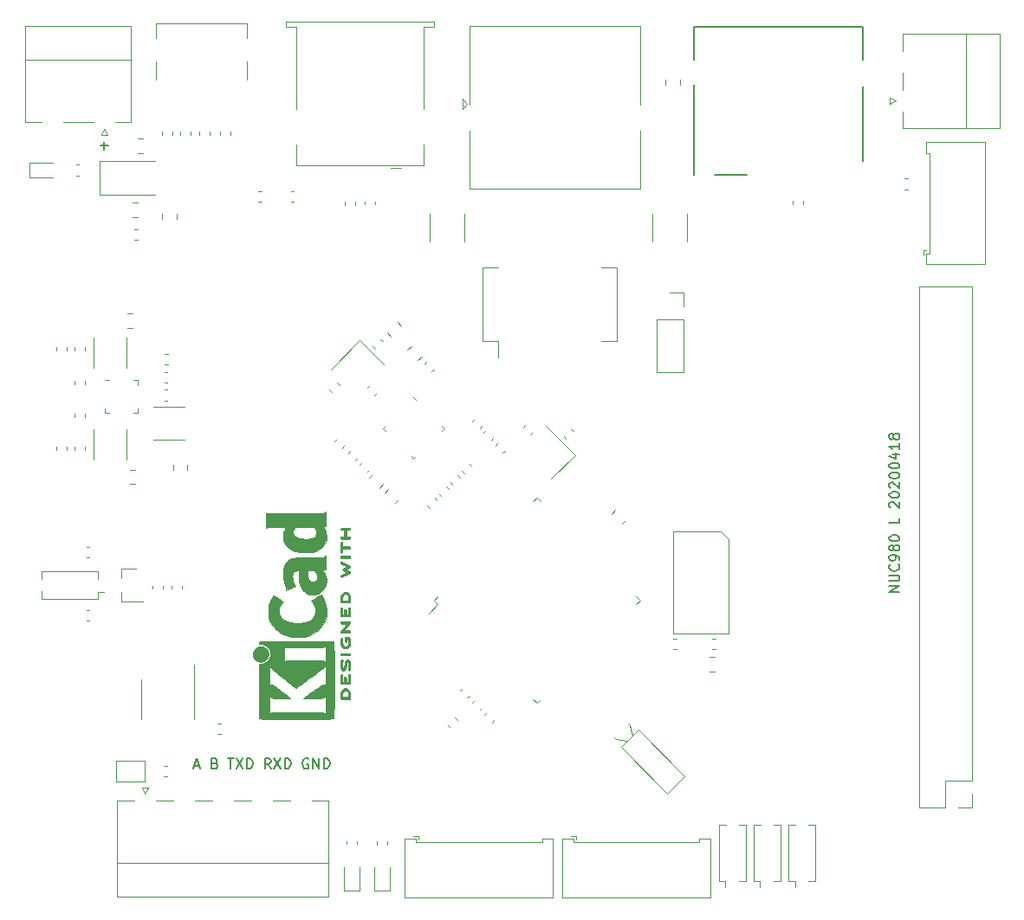
<source format=gto>
G04 #@! TF.GenerationSoftware,KiCad,Pcbnew,5.1.5*
G04 #@! TF.CreationDate,2020-04-18T05:12:52+00:00*
G04 #@! TF.ProjectId,NUC980,4e554339-3830-42e6-9b69-6361645f7063,rev?*
G04 #@! TF.SameCoordinates,Original*
G04 #@! TF.FileFunction,Legend,Top*
G04 #@! TF.FilePolarity,Positive*
%FSLAX46Y46*%
G04 Gerber Fmt 4.6, Leading zero omitted, Abs format (unit mm)*
G04 Created by KiCad (PCBNEW 5.1.5) date 2020-04-18 05:12:52*
%MOMM*%
%LPD*%
G04 APERTURE LIST*
%ADD10C,0.150000*%
%ADD11C,0.010000*%
%ADD12C,0.120000*%
G04 APERTURE END LIST*
D10*
X192730380Y-105250285D02*
X191730380Y-105250285D01*
X192730380Y-104678857D01*
X191730380Y-104678857D01*
X191730380Y-104202666D02*
X192539904Y-104202666D01*
X192635142Y-104155047D01*
X192682761Y-104107428D01*
X192730380Y-104012190D01*
X192730380Y-103821714D01*
X192682761Y-103726476D01*
X192635142Y-103678857D01*
X192539904Y-103631238D01*
X191730380Y-103631238D01*
X192635142Y-102583619D02*
X192682761Y-102631238D01*
X192730380Y-102774095D01*
X192730380Y-102869333D01*
X192682761Y-103012190D01*
X192587523Y-103107428D01*
X192492285Y-103155047D01*
X192301809Y-103202666D01*
X192158952Y-103202666D01*
X191968476Y-103155047D01*
X191873238Y-103107428D01*
X191778000Y-103012190D01*
X191730380Y-102869333D01*
X191730380Y-102774095D01*
X191778000Y-102631238D01*
X191825619Y-102583619D01*
X192730380Y-102107428D02*
X192730380Y-101916952D01*
X192682761Y-101821714D01*
X192635142Y-101774095D01*
X192492285Y-101678857D01*
X192301809Y-101631238D01*
X191920857Y-101631238D01*
X191825619Y-101678857D01*
X191778000Y-101726476D01*
X191730380Y-101821714D01*
X191730380Y-102012190D01*
X191778000Y-102107428D01*
X191825619Y-102155047D01*
X191920857Y-102202666D01*
X192158952Y-102202666D01*
X192254190Y-102155047D01*
X192301809Y-102107428D01*
X192349428Y-102012190D01*
X192349428Y-101821714D01*
X192301809Y-101726476D01*
X192254190Y-101678857D01*
X192158952Y-101631238D01*
X192158952Y-101059809D02*
X192111333Y-101155047D01*
X192063714Y-101202666D01*
X191968476Y-101250285D01*
X191920857Y-101250285D01*
X191825619Y-101202666D01*
X191778000Y-101155047D01*
X191730380Y-101059809D01*
X191730380Y-100869333D01*
X191778000Y-100774095D01*
X191825619Y-100726476D01*
X191920857Y-100678857D01*
X191968476Y-100678857D01*
X192063714Y-100726476D01*
X192111333Y-100774095D01*
X192158952Y-100869333D01*
X192158952Y-101059809D01*
X192206571Y-101155047D01*
X192254190Y-101202666D01*
X192349428Y-101250285D01*
X192539904Y-101250285D01*
X192635142Y-101202666D01*
X192682761Y-101155047D01*
X192730380Y-101059809D01*
X192730380Y-100869333D01*
X192682761Y-100774095D01*
X192635142Y-100726476D01*
X192539904Y-100678857D01*
X192349428Y-100678857D01*
X192254190Y-100726476D01*
X192206571Y-100774095D01*
X192158952Y-100869333D01*
X191730380Y-100059809D02*
X191730380Y-99964571D01*
X191778000Y-99869333D01*
X191825619Y-99821714D01*
X191920857Y-99774095D01*
X192111333Y-99726476D01*
X192349428Y-99726476D01*
X192539904Y-99774095D01*
X192635142Y-99821714D01*
X192682761Y-99869333D01*
X192730380Y-99964571D01*
X192730380Y-100059809D01*
X192682761Y-100155047D01*
X192635142Y-100202666D01*
X192539904Y-100250285D01*
X192349428Y-100297904D01*
X192111333Y-100297904D01*
X191920857Y-100250285D01*
X191825619Y-100202666D01*
X191778000Y-100155047D01*
X191730380Y-100059809D01*
X192730380Y-98059809D02*
X192730380Y-98536000D01*
X191730380Y-98536000D01*
X191825619Y-97012190D02*
X191778000Y-96964571D01*
X191730380Y-96869333D01*
X191730380Y-96631238D01*
X191778000Y-96536000D01*
X191825619Y-96488380D01*
X191920857Y-96440761D01*
X192016095Y-96440761D01*
X192158952Y-96488380D01*
X192730380Y-97059809D01*
X192730380Y-96440761D01*
X191730380Y-95821714D02*
X191730380Y-95726476D01*
X191778000Y-95631238D01*
X191825619Y-95583619D01*
X191920857Y-95536000D01*
X192111333Y-95488380D01*
X192349428Y-95488380D01*
X192539904Y-95536000D01*
X192635142Y-95583619D01*
X192682761Y-95631238D01*
X192730380Y-95726476D01*
X192730380Y-95821714D01*
X192682761Y-95916952D01*
X192635142Y-95964571D01*
X192539904Y-96012190D01*
X192349428Y-96059809D01*
X192111333Y-96059809D01*
X191920857Y-96012190D01*
X191825619Y-95964571D01*
X191778000Y-95916952D01*
X191730380Y-95821714D01*
X191825619Y-95107428D02*
X191778000Y-95059809D01*
X191730380Y-94964571D01*
X191730380Y-94726476D01*
X191778000Y-94631238D01*
X191825619Y-94583619D01*
X191920857Y-94536000D01*
X192016095Y-94536000D01*
X192158952Y-94583619D01*
X192730380Y-95155047D01*
X192730380Y-94536000D01*
X191730380Y-93916952D02*
X191730380Y-93821714D01*
X191778000Y-93726476D01*
X191825619Y-93678857D01*
X191920857Y-93631238D01*
X192111333Y-93583619D01*
X192349428Y-93583619D01*
X192539904Y-93631238D01*
X192635142Y-93678857D01*
X192682761Y-93726476D01*
X192730380Y-93821714D01*
X192730380Y-93916952D01*
X192682761Y-94012190D01*
X192635142Y-94059809D01*
X192539904Y-94107428D01*
X192349428Y-94155047D01*
X192111333Y-94155047D01*
X191920857Y-94107428D01*
X191825619Y-94059809D01*
X191778000Y-94012190D01*
X191730380Y-93916952D01*
X191730380Y-92964571D02*
X191730380Y-92869333D01*
X191778000Y-92774095D01*
X191825619Y-92726476D01*
X191920857Y-92678857D01*
X192111333Y-92631238D01*
X192349428Y-92631238D01*
X192539904Y-92678857D01*
X192635142Y-92726476D01*
X192682761Y-92774095D01*
X192730380Y-92869333D01*
X192730380Y-92964571D01*
X192682761Y-93059809D01*
X192635142Y-93107428D01*
X192539904Y-93155047D01*
X192349428Y-93202666D01*
X192111333Y-93202666D01*
X191920857Y-93155047D01*
X191825619Y-93107428D01*
X191778000Y-93059809D01*
X191730380Y-92964571D01*
X192063714Y-91774095D02*
X192730380Y-91774095D01*
X191682761Y-92012190D02*
X192397047Y-92250285D01*
X192397047Y-91631238D01*
X192730380Y-90726476D02*
X192730380Y-91297904D01*
X192730380Y-91012190D02*
X191730380Y-91012190D01*
X191873238Y-91107428D01*
X191968476Y-91202666D01*
X192016095Y-91297904D01*
X192158952Y-90155047D02*
X192111333Y-90250285D01*
X192063714Y-90297904D01*
X191968476Y-90345523D01*
X191920857Y-90345523D01*
X191825619Y-90297904D01*
X191778000Y-90250285D01*
X191730380Y-90155047D01*
X191730380Y-89964571D01*
X191778000Y-89869333D01*
X191825619Y-89821714D01*
X191920857Y-89774095D01*
X191968476Y-89774095D01*
X192063714Y-89821714D01*
X192111333Y-89869333D01*
X192158952Y-89964571D01*
X192158952Y-90155047D01*
X192206571Y-90250285D01*
X192254190Y-90297904D01*
X192349428Y-90345523D01*
X192539904Y-90345523D01*
X192635142Y-90297904D01*
X192682761Y-90250285D01*
X192730380Y-90155047D01*
X192730380Y-89964571D01*
X192682761Y-89869333D01*
X192635142Y-89821714D01*
X192539904Y-89774095D01*
X192349428Y-89774095D01*
X192254190Y-89821714D01*
X192206571Y-89869333D01*
X192158952Y-89964571D01*
X123809952Y-122277166D02*
X124286142Y-122277166D01*
X123714714Y-122562880D02*
X124048047Y-121562880D01*
X124381380Y-122562880D01*
X125809952Y-122039071D02*
X125952809Y-122086690D01*
X126000428Y-122134309D01*
X126048047Y-122229547D01*
X126048047Y-122372404D01*
X126000428Y-122467642D01*
X125952809Y-122515261D01*
X125857571Y-122562880D01*
X125476619Y-122562880D01*
X125476619Y-121562880D01*
X125809952Y-121562880D01*
X125905190Y-121610500D01*
X125952809Y-121658119D01*
X126000428Y-121753357D01*
X126000428Y-121848595D01*
X125952809Y-121943833D01*
X125905190Y-121991452D01*
X125809952Y-122039071D01*
X125476619Y-122039071D01*
X127095666Y-121562880D02*
X127667095Y-121562880D01*
X127381380Y-122562880D02*
X127381380Y-121562880D01*
X127905190Y-121562880D02*
X128571857Y-122562880D01*
X128571857Y-121562880D02*
X127905190Y-122562880D01*
X128952809Y-122562880D02*
X128952809Y-121562880D01*
X129190904Y-121562880D01*
X129333761Y-121610500D01*
X129429000Y-121705738D01*
X129476619Y-121800976D01*
X129524238Y-121991452D01*
X129524238Y-122134309D01*
X129476619Y-122324785D01*
X129429000Y-122420023D01*
X129333761Y-122515261D01*
X129190904Y-122562880D01*
X128952809Y-122562880D01*
X131286142Y-122562880D02*
X130952809Y-122086690D01*
X130714714Y-122562880D02*
X130714714Y-121562880D01*
X131095666Y-121562880D01*
X131190904Y-121610500D01*
X131238523Y-121658119D01*
X131286142Y-121753357D01*
X131286142Y-121896214D01*
X131238523Y-121991452D01*
X131190904Y-122039071D01*
X131095666Y-122086690D01*
X130714714Y-122086690D01*
X131619476Y-121562880D02*
X132286142Y-122562880D01*
X132286142Y-121562880D02*
X131619476Y-122562880D01*
X132667095Y-122562880D02*
X132667095Y-121562880D01*
X132905190Y-121562880D01*
X133048047Y-121610500D01*
X133143285Y-121705738D01*
X133190904Y-121800976D01*
X133238523Y-121991452D01*
X133238523Y-122134309D01*
X133190904Y-122324785D01*
X133143285Y-122420023D01*
X133048047Y-122515261D01*
X132905190Y-122562880D01*
X132667095Y-122562880D01*
X134952809Y-121610500D02*
X134857571Y-121562880D01*
X134714714Y-121562880D01*
X134571857Y-121610500D01*
X134476619Y-121705738D01*
X134429000Y-121800976D01*
X134381380Y-121991452D01*
X134381380Y-122134309D01*
X134429000Y-122324785D01*
X134476619Y-122420023D01*
X134571857Y-122515261D01*
X134714714Y-122562880D01*
X134809952Y-122562880D01*
X134952809Y-122515261D01*
X135000428Y-122467642D01*
X135000428Y-122134309D01*
X134809952Y-122134309D01*
X135429000Y-122562880D02*
X135429000Y-121562880D01*
X136000428Y-122562880D01*
X136000428Y-121562880D01*
X136476619Y-122562880D02*
X136476619Y-121562880D01*
X136714714Y-121562880D01*
X136857571Y-121610500D01*
X136952809Y-121705738D01*
X137000428Y-121800976D01*
X137048047Y-121991452D01*
X137048047Y-122134309D01*
X137000428Y-122324785D01*
X136952809Y-122420023D01*
X136857571Y-122515261D01*
X136714714Y-122562880D01*
X136476619Y-122562880D01*
X114617547Y-61602928D02*
X115379452Y-61602928D01*
X114998500Y-61983880D02*
X114998500Y-61221976D01*
D11*
G36*
X138083409Y-115543708D02*
G01*
X138083944Y-115491143D01*
X138087660Y-115337119D01*
X138098699Y-115208125D01*
X138118246Y-115099763D01*
X138147483Y-115007638D01*
X138187597Y-114927353D01*
X138239769Y-114854512D01*
X138262433Y-114828495D01*
X138315462Y-114785337D01*
X138387421Y-114746421D01*
X138467184Y-114716427D01*
X138543625Y-114700035D01*
X138571872Y-114698332D01*
X138650174Y-114709005D01*
X138735705Y-114737607D01*
X138816663Y-114779011D01*
X138881246Y-114828095D01*
X138889038Y-114836067D01*
X138943808Y-114903600D01*
X138986563Y-114977552D01*
X139018423Y-115062188D01*
X139040508Y-115161771D01*
X139053938Y-115280566D01*
X139059834Y-115422834D01*
X139060334Y-115488000D01*
X139059935Y-115570855D01*
X139058266Y-115629123D01*
X139054622Y-115668270D01*
X139048293Y-115693763D01*
X139038574Y-115711068D01*
X139030274Y-115720344D01*
X139020192Y-115729106D01*
X139007185Y-115735979D01*
X138987769Y-115741192D01*
X138958460Y-115744973D01*
X138915773Y-115747551D01*
X138856225Y-115749154D01*
X138776330Y-115750011D01*
X138672605Y-115750351D01*
X138571872Y-115750403D01*
X138437519Y-115750734D01*
X138330192Y-115750662D01*
X138278795Y-115749384D01*
X138278795Y-115555019D01*
X138864949Y-115555019D01*
X138864835Y-115431025D01*
X138862696Y-115356415D01*
X138857183Y-115278272D01*
X138849472Y-115213074D01*
X138849155Y-115211090D01*
X138823678Y-115105717D01*
X138784000Y-115023986D01*
X138727538Y-114961816D01*
X138666406Y-114922314D01*
X138598593Y-114897974D01*
X138534919Y-114899861D01*
X138466665Y-114928109D01*
X138396056Y-114983362D01*
X138343735Y-115059927D01*
X138308763Y-115159449D01*
X138296386Y-115225961D01*
X138287694Y-115301461D01*
X138281404Y-115381479D01*
X138278788Y-115449538D01*
X138278776Y-115453569D01*
X138278795Y-115555019D01*
X138278795Y-115749384D01*
X138246881Y-115748590D01*
X138184579Y-115742915D01*
X138140275Y-115732041D01*
X138110960Y-115714368D01*
X138093625Y-115688297D01*
X138085261Y-115652229D01*
X138082859Y-115604566D01*
X138083409Y-115543708D01*
G37*
X138083409Y-115543708D02*
X138083944Y-115491143D01*
X138087660Y-115337119D01*
X138098699Y-115208125D01*
X138118246Y-115099763D01*
X138147483Y-115007638D01*
X138187597Y-114927353D01*
X138239769Y-114854512D01*
X138262433Y-114828495D01*
X138315462Y-114785337D01*
X138387421Y-114746421D01*
X138467184Y-114716427D01*
X138543625Y-114700035D01*
X138571872Y-114698332D01*
X138650174Y-114709005D01*
X138735705Y-114737607D01*
X138816663Y-114779011D01*
X138881246Y-114828095D01*
X138889038Y-114836067D01*
X138943808Y-114903600D01*
X138986563Y-114977552D01*
X139018423Y-115062188D01*
X139040508Y-115161771D01*
X139053938Y-115280566D01*
X139059834Y-115422834D01*
X139060334Y-115488000D01*
X139059935Y-115570855D01*
X139058266Y-115629123D01*
X139054622Y-115668270D01*
X139048293Y-115693763D01*
X139038574Y-115711068D01*
X139030274Y-115720344D01*
X139020192Y-115729106D01*
X139007185Y-115735979D01*
X138987769Y-115741192D01*
X138958460Y-115744973D01*
X138915773Y-115747551D01*
X138856225Y-115749154D01*
X138776330Y-115750011D01*
X138672605Y-115750351D01*
X138571872Y-115750403D01*
X138437519Y-115750734D01*
X138330192Y-115750662D01*
X138278795Y-115749384D01*
X138278795Y-115555019D01*
X138864949Y-115555019D01*
X138864835Y-115431025D01*
X138862696Y-115356415D01*
X138857183Y-115278272D01*
X138849472Y-115213074D01*
X138849155Y-115211090D01*
X138823678Y-115105717D01*
X138784000Y-115023986D01*
X138727538Y-114961816D01*
X138666406Y-114922314D01*
X138598593Y-114897974D01*
X138534919Y-114899861D01*
X138466665Y-114928109D01*
X138396056Y-114983362D01*
X138343735Y-115059927D01*
X138308763Y-115159449D01*
X138296386Y-115225961D01*
X138287694Y-115301461D01*
X138281404Y-115381479D01*
X138278788Y-115449538D01*
X138278776Y-115453569D01*
X138278795Y-115555019D01*
X138278795Y-115749384D01*
X138246881Y-115748590D01*
X138184579Y-115742915D01*
X138140275Y-115732041D01*
X138110960Y-115714368D01*
X138093625Y-115688297D01*
X138085261Y-115652229D01*
X138082859Y-115604566D01*
X138083409Y-115543708D01*
G36*
X138083516Y-113668384D02*
G01*
X138084012Y-113575976D01*
X138085165Y-113506227D01*
X138087244Y-113455437D01*
X138090515Y-113419905D01*
X138095247Y-113395932D01*
X138101707Y-113379818D01*
X138110163Y-113367863D01*
X138114055Y-113363533D01*
X138155404Y-113337205D01*
X138202916Y-113332465D01*
X138245095Y-113349784D01*
X138253620Y-113357793D01*
X138261885Y-113370746D01*
X138268261Y-113391602D01*
X138273059Y-113424230D01*
X138276588Y-113472496D01*
X138279158Y-113540268D01*
X138281081Y-113631414D01*
X138282251Y-113714745D01*
X138286310Y-114044546D01*
X138459150Y-114053560D01*
X138459150Y-113829696D01*
X138459989Y-113732508D01*
X138463496Y-113661357D01*
X138471159Y-113612245D01*
X138484467Y-113581171D01*
X138504905Y-113564138D01*
X138533963Y-113557146D01*
X138560931Y-113556084D01*
X138594021Y-113559384D01*
X138618404Y-113571837D01*
X138635353Y-113597274D01*
X138646143Y-113639525D01*
X138652048Y-113702420D01*
X138654341Y-113789789D01*
X138654535Y-113837475D01*
X138654535Y-114052060D01*
X138864949Y-114052060D01*
X138864949Y-113721409D01*
X138865100Y-113613024D01*
X138865778Y-113530651D01*
X138867320Y-113470243D01*
X138870063Y-113427753D01*
X138874345Y-113399135D01*
X138880503Y-113380342D01*
X138888873Y-113367328D01*
X138895008Y-113360699D01*
X138930813Y-113337961D01*
X138962641Y-113330640D01*
X139001518Y-113341093D01*
X139030274Y-113360699D01*
X139039327Y-113371159D01*
X139046357Y-113384662D01*
X139051618Y-113404840D01*
X139055365Y-113435325D01*
X139057854Y-113479749D01*
X139059339Y-113541745D01*
X139060075Y-113624945D01*
X139060318Y-113732981D01*
X139060334Y-113789043D01*
X139060227Y-113909098D01*
X139059739Y-114002728D01*
X139058613Y-114073563D01*
X139056595Y-114125235D01*
X139053430Y-114161377D01*
X139048863Y-114185622D01*
X139042640Y-114201601D01*
X139034504Y-114212947D01*
X139030274Y-114217386D01*
X139020160Y-114226171D01*
X139007112Y-114233058D01*
X138987634Y-114238275D01*
X138958228Y-114242053D01*
X138915398Y-114244624D01*
X138855648Y-114246218D01*
X138775481Y-114247065D01*
X138671401Y-114247396D01*
X138574492Y-114247445D01*
X138450387Y-114247400D01*
X138352830Y-114247088D01*
X138278310Y-114246242D01*
X138223315Y-114244596D01*
X138184334Y-114241883D01*
X138157857Y-114237837D01*
X138140370Y-114232191D01*
X138128364Y-114224680D01*
X138118327Y-114215036D01*
X138116090Y-114212660D01*
X138106183Y-114201129D01*
X138098512Y-114187732D01*
X138092790Y-114168750D01*
X138088732Y-114140469D01*
X138086052Y-114099172D01*
X138084466Y-114041142D01*
X138083688Y-113962663D01*
X138083432Y-113860020D01*
X138083410Y-113787150D01*
X138083516Y-113668384D01*
G37*
X138083516Y-113668384D02*
X138084012Y-113575976D01*
X138085165Y-113506227D01*
X138087244Y-113455437D01*
X138090515Y-113419905D01*
X138095247Y-113395932D01*
X138101707Y-113379818D01*
X138110163Y-113367863D01*
X138114055Y-113363533D01*
X138155404Y-113337205D01*
X138202916Y-113332465D01*
X138245095Y-113349784D01*
X138253620Y-113357793D01*
X138261885Y-113370746D01*
X138268261Y-113391602D01*
X138273059Y-113424230D01*
X138276588Y-113472496D01*
X138279158Y-113540268D01*
X138281081Y-113631414D01*
X138282251Y-113714745D01*
X138286310Y-114044546D01*
X138459150Y-114053560D01*
X138459150Y-113829696D01*
X138459989Y-113732508D01*
X138463496Y-113661357D01*
X138471159Y-113612245D01*
X138484467Y-113581171D01*
X138504905Y-113564138D01*
X138533963Y-113557146D01*
X138560931Y-113556084D01*
X138594021Y-113559384D01*
X138618404Y-113571837D01*
X138635353Y-113597274D01*
X138646143Y-113639525D01*
X138652048Y-113702420D01*
X138654341Y-113789789D01*
X138654535Y-113837475D01*
X138654535Y-114052060D01*
X138864949Y-114052060D01*
X138864949Y-113721409D01*
X138865100Y-113613024D01*
X138865778Y-113530651D01*
X138867320Y-113470243D01*
X138870063Y-113427753D01*
X138874345Y-113399135D01*
X138880503Y-113380342D01*
X138888873Y-113367328D01*
X138895008Y-113360699D01*
X138930813Y-113337961D01*
X138962641Y-113330640D01*
X139001518Y-113341093D01*
X139030274Y-113360699D01*
X139039327Y-113371159D01*
X139046357Y-113384662D01*
X139051618Y-113404840D01*
X139055365Y-113435325D01*
X139057854Y-113479749D01*
X139059339Y-113541745D01*
X139060075Y-113624945D01*
X139060318Y-113732981D01*
X139060334Y-113789043D01*
X139060227Y-113909098D01*
X139059739Y-114002728D01*
X139058613Y-114073563D01*
X139056595Y-114125235D01*
X139053430Y-114161377D01*
X139048863Y-114185622D01*
X139042640Y-114201601D01*
X139034504Y-114212947D01*
X139030274Y-114217386D01*
X139020160Y-114226171D01*
X139007112Y-114233058D01*
X138987634Y-114238275D01*
X138958228Y-114242053D01*
X138915398Y-114244624D01*
X138855648Y-114246218D01*
X138775481Y-114247065D01*
X138671401Y-114247396D01*
X138574492Y-114247445D01*
X138450387Y-114247400D01*
X138352830Y-114247088D01*
X138278310Y-114246242D01*
X138223315Y-114244596D01*
X138184334Y-114241883D01*
X138157857Y-114237837D01*
X138140370Y-114232191D01*
X138128364Y-114224680D01*
X138118327Y-114215036D01*
X138116090Y-114212660D01*
X138106183Y-114201129D01*
X138098512Y-114187732D01*
X138092790Y-114168750D01*
X138088732Y-114140469D01*
X138086052Y-114099172D01*
X138084466Y-114041142D01*
X138083688Y-113962663D01*
X138083432Y-113860020D01*
X138083410Y-113787150D01*
X138083516Y-113668384D01*
G36*
X138085121Y-112308942D02*
G01*
X138092084Y-112209337D01*
X138102959Y-112116698D01*
X138117338Y-112036412D01*
X138134810Y-111973862D01*
X138154966Y-111934435D01*
X138160899Y-111928383D01*
X138206939Y-111907338D01*
X138254204Y-111913720D01*
X138294642Y-111946361D01*
X138295801Y-111947918D01*
X138308261Y-111967117D01*
X138314813Y-111987159D01*
X138315608Y-112015114D01*
X138310800Y-112058053D01*
X138300539Y-112123045D01*
X138299675Y-112128273D01*
X138287778Y-112225115D01*
X138281909Y-112329598D01*
X138281852Y-112434389D01*
X138287391Y-112532156D01*
X138298309Y-112615566D01*
X138314389Y-112677287D01*
X138316005Y-112681342D01*
X138341093Y-112726118D01*
X138366482Y-112741850D01*
X138391451Y-112729534D01*
X138415280Y-112690169D01*
X138437246Y-112624752D01*
X138456630Y-112534280D01*
X138465962Y-112473954D01*
X138483913Y-112348554D01*
X138500323Y-112248819D01*
X138516612Y-112170500D01*
X138534202Y-112109347D01*
X138554513Y-112061113D01*
X138578967Y-112021549D01*
X138608984Y-111986406D01*
X138638460Y-111958165D01*
X138679531Y-111924662D01*
X138714846Y-111908173D01*
X138758357Y-111903017D01*
X138774292Y-111902830D01*
X138827169Y-111906702D01*
X138866507Y-111922181D01*
X138901424Y-111948969D01*
X138954798Y-112003413D01*
X138995502Y-112064124D01*
X139024864Y-112135612D01*
X139044211Y-112222390D01*
X139054870Y-112328968D01*
X139058169Y-112459857D01*
X139058113Y-112481469D01*
X139056304Y-112568752D01*
X139052193Y-112655313D01*
X139046370Y-112731716D01*
X139039425Y-112788524D01*
X139038628Y-112793118D01*
X139025248Y-112849599D01*
X139008346Y-112897506D01*
X138992895Y-112924627D01*
X138952130Y-112949865D01*
X138904662Y-112951623D01*
X138862359Y-112929866D01*
X138857576Y-112924998D01*
X138843363Y-112904876D01*
X138837240Y-112879712D01*
X138838282Y-112840767D01*
X138843698Y-112793489D01*
X138848537Y-112740659D01*
X138852619Y-112666602D01*
X138855582Y-112580145D01*
X138857061Y-112490117D01*
X138857158Y-112466439D01*
X138856794Y-112376076D01*
X138855040Y-112309943D01*
X138851287Y-112262221D01*
X138844927Y-112227092D01*
X138835351Y-112198736D01*
X138827375Y-112181695D01*
X138805229Y-112144250D01*
X138785172Y-112120375D01*
X138779487Y-112116886D01*
X138756009Y-112124247D01*
X138733281Y-112159241D01*
X138712334Y-112219442D01*
X138694200Y-112302425D01*
X138690161Y-112326874D01*
X138670103Y-112454576D01*
X138653338Y-112556494D01*
X138638647Y-112636560D01*
X138624812Y-112698708D01*
X138610615Y-112746872D01*
X138594837Y-112784986D01*
X138576260Y-112816984D01*
X138553666Y-112846798D01*
X138525837Y-112878364D01*
X138516080Y-112888986D01*
X138479666Y-112926227D01*
X138450816Y-112945941D01*
X138417802Y-112953653D01*
X138376199Y-112954901D01*
X138294615Y-112941169D01*
X138225298Y-112900132D01*
X138168472Y-112832024D01*
X138124361Y-112737081D01*
X138104576Y-112669338D01*
X138091797Y-112595713D01*
X138084568Y-112507515D01*
X138082479Y-112410130D01*
X138085121Y-112308942D01*
G37*
X138085121Y-112308942D02*
X138092084Y-112209337D01*
X138102959Y-112116698D01*
X138117338Y-112036412D01*
X138134810Y-111973862D01*
X138154966Y-111934435D01*
X138160899Y-111928383D01*
X138206939Y-111907338D01*
X138254204Y-111913720D01*
X138294642Y-111946361D01*
X138295801Y-111947918D01*
X138308261Y-111967117D01*
X138314813Y-111987159D01*
X138315608Y-112015114D01*
X138310800Y-112058053D01*
X138300539Y-112123045D01*
X138299675Y-112128273D01*
X138287778Y-112225115D01*
X138281909Y-112329598D01*
X138281852Y-112434389D01*
X138287391Y-112532156D01*
X138298309Y-112615566D01*
X138314389Y-112677287D01*
X138316005Y-112681342D01*
X138341093Y-112726118D01*
X138366482Y-112741850D01*
X138391451Y-112729534D01*
X138415280Y-112690169D01*
X138437246Y-112624752D01*
X138456630Y-112534280D01*
X138465962Y-112473954D01*
X138483913Y-112348554D01*
X138500323Y-112248819D01*
X138516612Y-112170500D01*
X138534202Y-112109347D01*
X138554513Y-112061113D01*
X138578967Y-112021549D01*
X138608984Y-111986406D01*
X138638460Y-111958165D01*
X138679531Y-111924662D01*
X138714846Y-111908173D01*
X138758357Y-111903017D01*
X138774292Y-111902830D01*
X138827169Y-111906702D01*
X138866507Y-111922181D01*
X138901424Y-111948969D01*
X138954798Y-112003413D01*
X138995502Y-112064124D01*
X139024864Y-112135612D01*
X139044211Y-112222390D01*
X139054870Y-112328968D01*
X139058169Y-112459857D01*
X139058113Y-112481469D01*
X139056304Y-112568752D01*
X139052193Y-112655313D01*
X139046370Y-112731716D01*
X139039425Y-112788524D01*
X139038628Y-112793118D01*
X139025248Y-112849599D01*
X139008346Y-112897506D01*
X138992895Y-112924627D01*
X138952130Y-112949865D01*
X138904662Y-112951623D01*
X138862359Y-112929866D01*
X138857576Y-112924998D01*
X138843363Y-112904876D01*
X138837240Y-112879712D01*
X138838282Y-112840767D01*
X138843698Y-112793489D01*
X138848537Y-112740659D01*
X138852619Y-112666602D01*
X138855582Y-112580145D01*
X138857061Y-112490117D01*
X138857158Y-112466439D01*
X138856794Y-112376076D01*
X138855040Y-112309943D01*
X138851287Y-112262221D01*
X138844927Y-112227092D01*
X138835351Y-112198736D01*
X138827375Y-112181695D01*
X138805229Y-112144250D01*
X138785172Y-112120375D01*
X138779487Y-112116886D01*
X138756009Y-112124247D01*
X138733281Y-112159241D01*
X138712334Y-112219442D01*
X138694200Y-112302425D01*
X138690161Y-112326874D01*
X138670103Y-112454576D01*
X138653338Y-112556494D01*
X138638647Y-112636560D01*
X138624812Y-112698708D01*
X138610615Y-112746872D01*
X138594837Y-112784986D01*
X138576260Y-112816984D01*
X138553666Y-112846798D01*
X138525837Y-112878364D01*
X138516080Y-112888986D01*
X138479666Y-112926227D01*
X138450816Y-112945941D01*
X138417802Y-112953653D01*
X138376199Y-112954901D01*
X138294615Y-112941169D01*
X138225298Y-112900132D01*
X138168472Y-112832024D01*
X138124361Y-112737081D01*
X138104576Y-112669338D01*
X138091797Y-112595713D01*
X138084568Y-112507515D01*
X138082479Y-112410130D01*
X138085121Y-112308942D01*
G36*
X138113470Y-111286617D02*
G01*
X138123552Y-111277855D01*
X138136559Y-111270982D01*
X138155975Y-111265769D01*
X138185284Y-111261988D01*
X138227971Y-111259410D01*
X138287519Y-111257807D01*
X138367414Y-111256949D01*
X138471140Y-111256610D01*
X138571872Y-111256557D01*
X138696816Y-111256650D01*
X138795185Y-111257081D01*
X138870465Y-111258077D01*
X138926138Y-111259869D01*
X138965690Y-111262683D01*
X138992605Y-111266750D01*
X139010367Y-111272296D01*
X139022461Y-111279551D01*
X139030274Y-111286617D01*
X139056476Y-111330556D01*
X139054125Y-111377374D01*
X139025548Y-111419263D01*
X139014391Y-111428888D01*
X139001447Y-111436409D01*
X138983136Y-111442088D01*
X138955882Y-111446181D01*
X138916104Y-111448949D01*
X138860226Y-111450650D01*
X138784668Y-111451543D01*
X138685852Y-111451887D01*
X138573978Y-111451942D01*
X138157192Y-111451942D01*
X138120301Y-111415051D01*
X138089264Y-111369579D01*
X138088145Y-111325470D01*
X138113470Y-111286617D01*
G37*
X138113470Y-111286617D02*
X138123552Y-111277855D01*
X138136559Y-111270982D01*
X138155975Y-111265769D01*
X138185284Y-111261988D01*
X138227971Y-111259410D01*
X138287519Y-111257807D01*
X138367414Y-111256949D01*
X138471140Y-111256610D01*
X138571872Y-111256557D01*
X138696816Y-111256650D01*
X138795185Y-111257081D01*
X138870465Y-111258077D01*
X138926138Y-111259869D01*
X138965690Y-111262683D01*
X138992605Y-111266750D01*
X139010367Y-111272296D01*
X139022461Y-111279551D01*
X139030274Y-111286617D01*
X139056476Y-111330556D01*
X139054125Y-111377374D01*
X139025548Y-111419263D01*
X139014391Y-111428888D01*
X139001447Y-111436409D01*
X138983136Y-111442088D01*
X138955882Y-111446181D01*
X138916104Y-111448949D01*
X138860226Y-111450650D01*
X138784668Y-111451543D01*
X138685852Y-111451887D01*
X138573978Y-111451942D01*
X138157192Y-111451942D01*
X138120301Y-111415051D01*
X138089264Y-111369579D01*
X138088145Y-111325470D01*
X138113470Y-111286617D01*
G36*
X138090776Y-109990216D02*
G01*
X138106082Y-109898995D01*
X138129875Y-109828936D01*
X138161204Y-109783358D01*
X138179078Y-109770938D01*
X138220649Y-109758308D01*
X138258256Y-109766807D01*
X138293919Y-109793639D01*
X138310603Y-109835330D01*
X138309248Y-109895824D01*
X138300209Y-109942613D01*
X138282987Y-110046582D01*
X138281351Y-110152834D01*
X138295329Y-110271763D01*
X138301252Y-110304614D01*
X138332431Y-110415199D01*
X138378810Y-110501713D01*
X138439599Y-110563207D01*
X138514008Y-110598732D01*
X138552478Y-110606079D01*
X138630527Y-110601270D01*
X138699581Y-110570220D01*
X138758293Y-110515760D01*
X138805317Y-110440718D01*
X138839307Y-110347924D01*
X138858918Y-110240206D01*
X138862805Y-110120395D01*
X138849620Y-109991319D01*
X138848376Y-109984031D01*
X138838814Y-109932692D01*
X138829578Y-109904226D01*
X138815873Y-109891888D01*
X138792906Y-109888932D01*
X138780743Y-109888865D01*
X138729683Y-109888865D01*
X138729683Y-109980031D01*
X138724168Y-110060536D01*
X138706594Y-110115475D01*
X138675417Y-110147440D01*
X138629094Y-110159026D01*
X138623048Y-110159167D01*
X138583453Y-110152389D01*
X138555181Y-110129145D01*
X138536471Y-110085884D01*
X138525564Y-110019055D01*
X138521554Y-109954324D01*
X138519253Y-109860241D01*
X138522764Y-109791998D01*
X138535719Y-109745455D01*
X138561750Y-109716472D01*
X138604491Y-109700909D01*
X138667574Y-109694625D01*
X138750428Y-109693480D01*
X138842910Y-109695356D01*
X138905818Y-109701000D01*
X138939403Y-109710436D01*
X138942033Y-109712267D01*
X138983998Y-109764079D01*
X139017232Y-109840044D01*
X139041023Y-109935346D01*
X139054663Y-110045170D01*
X139057442Y-110164700D01*
X139048649Y-110289120D01*
X139037849Y-110362297D01*
X139005362Y-110477074D01*
X138952250Y-110583750D01*
X138883319Y-110673065D01*
X138869542Y-110686640D01*
X138811622Y-110730746D01*
X138739840Y-110770543D01*
X138664583Y-110801381D01*
X138596241Y-110818611D01*
X138569993Y-110820688D01*
X138515241Y-110811847D01*
X138447119Y-110788349D01*
X138375414Y-110754703D01*
X138309913Y-110715418D01*
X138266162Y-110680709D01*
X138201083Y-110599557D01*
X138149285Y-110494652D01*
X138111938Y-110369754D01*
X138090217Y-110228621D01*
X138084909Y-110099279D01*
X138090776Y-109990216D01*
G37*
X138090776Y-109990216D02*
X138106082Y-109898995D01*
X138129875Y-109828936D01*
X138161204Y-109783358D01*
X138179078Y-109770938D01*
X138220649Y-109758308D01*
X138258256Y-109766807D01*
X138293919Y-109793639D01*
X138310603Y-109835330D01*
X138309248Y-109895824D01*
X138300209Y-109942613D01*
X138282987Y-110046582D01*
X138281351Y-110152834D01*
X138295329Y-110271763D01*
X138301252Y-110304614D01*
X138332431Y-110415199D01*
X138378810Y-110501713D01*
X138439599Y-110563207D01*
X138514008Y-110598732D01*
X138552478Y-110606079D01*
X138630527Y-110601270D01*
X138699581Y-110570220D01*
X138758293Y-110515760D01*
X138805317Y-110440718D01*
X138839307Y-110347924D01*
X138858918Y-110240206D01*
X138862805Y-110120395D01*
X138849620Y-109991319D01*
X138848376Y-109984031D01*
X138838814Y-109932692D01*
X138829578Y-109904226D01*
X138815873Y-109891888D01*
X138792906Y-109888932D01*
X138780743Y-109888865D01*
X138729683Y-109888865D01*
X138729683Y-109980031D01*
X138724168Y-110060536D01*
X138706594Y-110115475D01*
X138675417Y-110147440D01*
X138629094Y-110159026D01*
X138623048Y-110159167D01*
X138583453Y-110152389D01*
X138555181Y-110129145D01*
X138536471Y-110085884D01*
X138525564Y-110019055D01*
X138521554Y-109954324D01*
X138519253Y-109860241D01*
X138522764Y-109791998D01*
X138535719Y-109745455D01*
X138561750Y-109716472D01*
X138604491Y-109700909D01*
X138667574Y-109694625D01*
X138750428Y-109693480D01*
X138842910Y-109695356D01*
X138905818Y-109701000D01*
X138939403Y-109710436D01*
X138942033Y-109712267D01*
X138983998Y-109764079D01*
X139017232Y-109840044D01*
X139041023Y-109935346D01*
X139054663Y-110045170D01*
X139057442Y-110164700D01*
X139048649Y-110289120D01*
X139037849Y-110362297D01*
X139005362Y-110477074D01*
X138952250Y-110583750D01*
X138883319Y-110673065D01*
X138869542Y-110686640D01*
X138811622Y-110730746D01*
X138739840Y-110770543D01*
X138664583Y-110801381D01*
X138596241Y-110818611D01*
X138569993Y-110820688D01*
X138515241Y-110811847D01*
X138447119Y-110788349D01*
X138375414Y-110754703D01*
X138309913Y-110715418D01*
X138266162Y-110680709D01*
X138201083Y-110599557D01*
X138149285Y-110494652D01*
X138111938Y-110369754D01*
X138090217Y-110228621D01*
X138084909Y-110099279D01*
X138090776Y-109990216D01*
G36*
X138089244Y-109124874D02*
G01*
X138107649Y-109093499D01*
X138137749Y-109052476D01*
X138180960Y-108999678D01*
X138238702Y-108932979D01*
X138312392Y-108850253D01*
X138403448Y-108749374D01*
X138508138Y-108633895D01*
X138726207Y-108393421D01*
X138433508Y-108385906D01*
X138332754Y-108383193D01*
X138257722Y-108380576D01*
X138204084Y-108377474D01*
X138167510Y-108373310D01*
X138143671Y-108367505D01*
X138128238Y-108359478D01*
X138116882Y-108348651D01*
X138112110Y-108342910D01*
X138086877Y-108296937D01*
X138090566Y-108253191D01*
X138112123Y-108218489D01*
X138140835Y-108183007D01*
X138560150Y-108178594D01*
X138683471Y-108177373D01*
X138780348Y-108176751D01*
X138854394Y-108176944D01*
X138909221Y-108178168D01*
X138948443Y-108180638D01*
X138975673Y-108184568D01*
X138994523Y-108190174D01*
X139008605Y-108197672D01*
X139019899Y-108205987D01*
X139040846Y-108223976D01*
X139054731Y-108241875D01*
X139060060Y-108262166D01*
X139055340Y-108287332D01*
X139039077Y-108319854D01*
X139009777Y-108362217D01*
X138965946Y-108416902D01*
X138906091Y-108486391D01*
X138828718Y-108573169D01*
X138739814Y-108671469D01*
X138419435Y-109024664D01*
X138711177Y-109032179D01*
X138811747Y-109034897D01*
X138886604Y-109037521D01*
X138940084Y-109040633D01*
X138976526Y-109044816D01*
X139000268Y-109050651D01*
X139015646Y-109058720D01*
X139027000Y-109069605D01*
X139031626Y-109075175D01*
X139057042Y-109124410D01*
X139053209Y-109170931D01*
X139020733Y-109211443D01*
X139007667Y-109220710D01*
X138992409Y-109227933D01*
X138971296Y-109233366D01*
X138940669Y-109237262D01*
X138896866Y-109239875D01*
X138836227Y-109241461D01*
X138755091Y-109242272D01*
X138649797Y-109242562D01*
X138571872Y-109242593D01*
X138449988Y-109242495D01*
X138354503Y-109242033D01*
X138281755Y-109240951D01*
X138228083Y-109238997D01*
X138189827Y-109235916D01*
X138163327Y-109231454D01*
X138144920Y-109225357D01*
X138130948Y-109217371D01*
X138123011Y-109211443D01*
X138104212Y-109196416D01*
X138090017Y-109182372D01*
X138081846Y-109167184D01*
X138081116Y-109148727D01*
X138089244Y-109124874D01*
G37*
X138089244Y-109124874D02*
X138107649Y-109093499D01*
X138137749Y-109052476D01*
X138180960Y-108999678D01*
X138238702Y-108932979D01*
X138312392Y-108850253D01*
X138403448Y-108749374D01*
X138508138Y-108633895D01*
X138726207Y-108393421D01*
X138433508Y-108385906D01*
X138332754Y-108383193D01*
X138257722Y-108380576D01*
X138204084Y-108377474D01*
X138167510Y-108373310D01*
X138143671Y-108367505D01*
X138128238Y-108359478D01*
X138116882Y-108348651D01*
X138112110Y-108342910D01*
X138086877Y-108296937D01*
X138090566Y-108253191D01*
X138112123Y-108218489D01*
X138140835Y-108183007D01*
X138560150Y-108178594D01*
X138683471Y-108177373D01*
X138780348Y-108176751D01*
X138854394Y-108176944D01*
X138909221Y-108178168D01*
X138948443Y-108180638D01*
X138975673Y-108184568D01*
X138994523Y-108190174D01*
X139008605Y-108197672D01*
X139019899Y-108205987D01*
X139040846Y-108223976D01*
X139054731Y-108241875D01*
X139060060Y-108262166D01*
X139055340Y-108287332D01*
X139039077Y-108319854D01*
X139009777Y-108362217D01*
X138965946Y-108416902D01*
X138906091Y-108486391D01*
X138828718Y-108573169D01*
X138739814Y-108671469D01*
X138419435Y-109024664D01*
X138711177Y-109032179D01*
X138811747Y-109034897D01*
X138886604Y-109037521D01*
X138940084Y-109040633D01*
X138976526Y-109044816D01*
X139000268Y-109050651D01*
X139015646Y-109058720D01*
X139027000Y-109069605D01*
X139031626Y-109075175D01*
X139057042Y-109124410D01*
X139053209Y-109170931D01*
X139020733Y-109211443D01*
X139007667Y-109220710D01*
X138992409Y-109227933D01*
X138971296Y-109233366D01*
X138940669Y-109237262D01*
X138896866Y-109239875D01*
X138836227Y-109241461D01*
X138755091Y-109242272D01*
X138649797Y-109242562D01*
X138571872Y-109242593D01*
X138449988Y-109242495D01*
X138354503Y-109242033D01*
X138281755Y-109240951D01*
X138228083Y-109238997D01*
X138189827Y-109235916D01*
X138163327Y-109231454D01*
X138144920Y-109225357D01*
X138130948Y-109217371D01*
X138123011Y-109211443D01*
X138104212Y-109196416D01*
X138090017Y-109182372D01*
X138081846Y-109167184D01*
X138081116Y-109148727D01*
X138089244Y-109124874D01*
G36*
X138083667Y-107087284D02*
G01*
X138084884Y-106985623D01*
X138087730Y-106907718D01*
X138092874Y-106850419D01*
X138100984Y-106810573D01*
X138112731Y-106785032D01*
X138128782Y-106770643D01*
X138149808Y-106764255D01*
X138176476Y-106762719D01*
X138179626Y-106762711D01*
X138209790Y-106764045D01*
X138233103Y-106770349D01*
X138250506Y-106785078D01*
X138262940Y-106811685D01*
X138271345Y-106853626D01*
X138276665Y-106914354D01*
X138279839Y-106997324D01*
X138281809Y-107105989D01*
X138282245Y-107139295D01*
X138286310Y-107461587D01*
X138372730Y-107466094D01*
X138459150Y-107470602D01*
X138459150Y-107246737D01*
X138459473Y-107159279D01*
X138460837Y-107096831D01*
X138463839Y-107054346D01*
X138469073Y-107026777D01*
X138477135Y-107009078D01*
X138488620Y-106996203D01*
X138488711Y-106996120D01*
X138533471Y-106972770D01*
X138581847Y-106973614D01*
X138623086Y-106998121D01*
X138627325Y-107002971D01*
X138638249Y-107020185D01*
X138645849Y-107043774D01*
X138650697Y-107078993D01*
X138653366Y-107131100D01*
X138654428Y-107205350D01*
X138654535Y-107252838D01*
X138654535Y-107469102D01*
X138864949Y-107469102D01*
X138864949Y-107140780D01*
X138865139Y-107032382D01*
X138865914Y-106950065D01*
X138867584Y-106889851D01*
X138870458Y-106847765D01*
X138874847Y-106819829D01*
X138881059Y-106802066D01*
X138889404Y-106790500D01*
X138892434Y-106787585D01*
X138934434Y-106766064D01*
X138982214Y-106764490D01*
X139023642Y-106782145D01*
X139036937Y-106796115D01*
X139044256Y-106810646D01*
X139049919Y-106833162D01*
X139054123Y-106867224D01*
X139057068Y-106916393D01*
X139058951Y-106984232D01*
X139059970Y-107074302D01*
X139060325Y-107190163D01*
X139060334Y-107216357D01*
X139060256Y-107334161D01*
X139059831Y-107425604D01*
X139058766Y-107494386D01*
X139056769Y-107544204D01*
X139053550Y-107578760D01*
X139048816Y-107601750D01*
X139042277Y-107616874D01*
X139033641Y-107627831D01*
X139027440Y-107633842D01*
X139016457Y-107642890D01*
X139002852Y-107649958D01*
X138983056Y-107655291D01*
X138953502Y-107659132D01*
X138910621Y-107661725D01*
X138850845Y-107663313D01*
X138770607Y-107664139D01*
X138666339Y-107664448D01*
X138578580Y-107664486D01*
X138455608Y-107664392D01*
X138359069Y-107663943D01*
X138285339Y-107662892D01*
X138230790Y-107660990D01*
X138191799Y-107657991D01*
X138164739Y-107653645D01*
X138145984Y-107647706D01*
X138131910Y-107639925D01*
X138123011Y-107633336D01*
X138083410Y-107602186D01*
X138083410Y-107215852D01*
X138083667Y-107087284D01*
G37*
X138083667Y-107087284D02*
X138084884Y-106985623D01*
X138087730Y-106907718D01*
X138092874Y-106850419D01*
X138100984Y-106810573D01*
X138112731Y-106785032D01*
X138128782Y-106770643D01*
X138149808Y-106764255D01*
X138176476Y-106762719D01*
X138179626Y-106762711D01*
X138209790Y-106764045D01*
X138233103Y-106770349D01*
X138250506Y-106785078D01*
X138262940Y-106811685D01*
X138271345Y-106853626D01*
X138276665Y-106914354D01*
X138279839Y-106997324D01*
X138281809Y-107105989D01*
X138282245Y-107139295D01*
X138286310Y-107461587D01*
X138372730Y-107466094D01*
X138459150Y-107470602D01*
X138459150Y-107246737D01*
X138459473Y-107159279D01*
X138460837Y-107096831D01*
X138463839Y-107054346D01*
X138469073Y-107026777D01*
X138477135Y-107009078D01*
X138488620Y-106996203D01*
X138488711Y-106996120D01*
X138533471Y-106972770D01*
X138581847Y-106973614D01*
X138623086Y-106998121D01*
X138627325Y-107002971D01*
X138638249Y-107020185D01*
X138645849Y-107043774D01*
X138650697Y-107078993D01*
X138653366Y-107131100D01*
X138654428Y-107205350D01*
X138654535Y-107252838D01*
X138654535Y-107469102D01*
X138864949Y-107469102D01*
X138864949Y-107140780D01*
X138865139Y-107032382D01*
X138865914Y-106950065D01*
X138867584Y-106889851D01*
X138870458Y-106847765D01*
X138874847Y-106819829D01*
X138881059Y-106802066D01*
X138889404Y-106790500D01*
X138892434Y-106787585D01*
X138934434Y-106766064D01*
X138982214Y-106764490D01*
X139023642Y-106782145D01*
X139036937Y-106796115D01*
X139044256Y-106810646D01*
X139049919Y-106833162D01*
X139054123Y-106867224D01*
X139057068Y-106916393D01*
X139058951Y-106984232D01*
X139059970Y-107074302D01*
X139060325Y-107190163D01*
X139060334Y-107216357D01*
X139060256Y-107334161D01*
X139059831Y-107425604D01*
X139058766Y-107494386D01*
X139056769Y-107544204D01*
X139053550Y-107578760D01*
X139048816Y-107601750D01*
X139042277Y-107616874D01*
X139033641Y-107627831D01*
X139027440Y-107633842D01*
X139016457Y-107642890D01*
X139002852Y-107649958D01*
X138983056Y-107655291D01*
X138953502Y-107659132D01*
X138910621Y-107661725D01*
X138850845Y-107663313D01*
X138770607Y-107664139D01*
X138666339Y-107664448D01*
X138578580Y-107664486D01*
X138455608Y-107664392D01*
X138359069Y-107663943D01*
X138285339Y-107662892D01*
X138230790Y-107660990D01*
X138191799Y-107657991D01*
X138164739Y-107653645D01*
X138145984Y-107647706D01*
X138131910Y-107639925D01*
X138123011Y-107633336D01*
X138083410Y-107602186D01*
X138083410Y-107215852D01*
X138083667Y-107087284D01*
G36*
X138083687Y-106038217D02*
G01*
X138089493Y-105866499D01*
X138107101Y-105720445D01*
X138137563Y-105597647D01*
X138181935Y-105495697D01*
X138241271Y-105412186D01*
X138316624Y-105344707D01*
X138409050Y-105290851D01*
X138411304Y-105289792D01*
X138494024Y-105257651D01*
X138567284Y-105246199D01*
X138641012Y-105255480D01*
X138725135Y-105285539D01*
X138737937Y-105291239D01*
X138812862Y-105330115D01*
X138870757Y-105373805D01*
X138919972Y-105430194D01*
X138968857Y-105507162D01*
X138971409Y-105511634D01*
X139003595Y-105578637D01*
X139027632Y-105654369D01*
X139044351Y-105743696D01*
X139054579Y-105851485D01*
X139059146Y-105982602D01*
X139059543Y-106028928D01*
X139060334Y-106249524D01*
X139020733Y-106280674D01*
X139007711Y-106289914D01*
X138992504Y-106297122D01*
X138971466Y-106302550D01*
X138940950Y-106306449D01*
X138897311Y-106309071D01*
X138864949Y-106309926D01*
X138864949Y-106101409D01*
X138864949Y-105976418D01*
X138862810Y-105903277D01*
X138857181Y-105828193D01*
X138849243Y-105766570D01*
X138848575Y-105762851D01*
X138819212Y-105653401D01*
X138775097Y-105568506D01*
X138714183Y-105505482D01*
X138634424Y-105461640D01*
X138613284Y-105454017D01*
X138580362Y-105446544D01*
X138547836Y-105449779D01*
X138504564Y-105465521D01*
X138483307Y-105475010D01*
X138426820Y-105506083D01*
X138387191Y-105543521D01*
X138359594Y-105584713D01*
X138323682Y-105667224D01*
X138297668Y-105772821D01*
X138282688Y-105895836D01*
X138279392Y-105984930D01*
X138278795Y-106101409D01*
X138864949Y-106101409D01*
X138864949Y-106309926D01*
X138836900Y-106310668D01*
X138756072Y-106311490D01*
X138651181Y-106311790D01*
X138569162Y-106311824D01*
X138157192Y-106311824D01*
X138120301Y-106274933D01*
X138105348Y-106258560D01*
X138095108Y-106240857D01*
X138088701Y-106216135D01*
X138085247Y-106178706D01*
X138083867Y-106122881D01*
X138083681Y-106042972D01*
X138083687Y-106038217D01*
G37*
X138083687Y-106038217D02*
X138089493Y-105866499D01*
X138107101Y-105720445D01*
X138137563Y-105597647D01*
X138181935Y-105495697D01*
X138241271Y-105412186D01*
X138316624Y-105344707D01*
X138409050Y-105290851D01*
X138411304Y-105289792D01*
X138494024Y-105257651D01*
X138567284Y-105246199D01*
X138641012Y-105255480D01*
X138725135Y-105285539D01*
X138737937Y-105291239D01*
X138812862Y-105330115D01*
X138870757Y-105373805D01*
X138919972Y-105430194D01*
X138968857Y-105507162D01*
X138971409Y-105511634D01*
X139003595Y-105578637D01*
X139027632Y-105654369D01*
X139044351Y-105743696D01*
X139054579Y-105851485D01*
X139059146Y-105982602D01*
X139059543Y-106028928D01*
X139060334Y-106249524D01*
X139020733Y-106280674D01*
X139007711Y-106289914D01*
X138992504Y-106297122D01*
X138971466Y-106302550D01*
X138940950Y-106306449D01*
X138897311Y-106309071D01*
X138864949Y-106309926D01*
X138864949Y-106101409D01*
X138864949Y-105976418D01*
X138862810Y-105903277D01*
X138857181Y-105828193D01*
X138849243Y-105766570D01*
X138848575Y-105762851D01*
X138819212Y-105653401D01*
X138775097Y-105568506D01*
X138714183Y-105505482D01*
X138634424Y-105461640D01*
X138613284Y-105454017D01*
X138580362Y-105446544D01*
X138547836Y-105449779D01*
X138504564Y-105465521D01*
X138483307Y-105475010D01*
X138426820Y-105506083D01*
X138387191Y-105543521D01*
X138359594Y-105584713D01*
X138323682Y-105667224D01*
X138297668Y-105772821D01*
X138282688Y-105895836D01*
X138279392Y-105984930D01*
X138278795Y-106101409D01*
X138864949Y-106101409D01*
X138864949Y-106309926D01*
X138836900Y-106310668D01*
X138756072Y-106311490D01*
X138651181Y-106311790D01*
X138569162Y-106311824D01*
X138157192Y-106311824D01*
X138120301Y-106274933D01*
X138105348Y-106258560D01*
X138095108Y-106240857D01*
X138088701Y-106216135D01*
X138085247Y-106178706D01*
X138083867Y-106122881D01*
X138083681Y-106042972D01*
X138083687Y-106038217D01*
G36*
X138086030Y-102408453D02*
G01*
X138095350Y-102382372D01*
X138095806Y-102381366D01*
X138122834Y-102345948D01*
X138150636Y-102326434D01*
X138163672Y-102322616D01*
X138180992Y-102322805D01*
X138205667Y-102328178D01*
X138240764Y-102339912D01*
X138289353Y-102359187D01*
X138354502Y-102387178D01*
X138439281Y-102425064D01*
X138546759Y-102474022D01*
X138605503Y-102500969D01*
X138710373Y-102549630D01*
X138806814Y-102595310D01*
X138891298Y-102636266D01*
X138960300Y-102670754D01*
X139010294Y-102697031D01*
X139037754Y-102713354D01*
X139041547Y-102716584D01*
X139058280Y-102757911D01*
X139056039Y-102804591D01*
X139035687Y-102842030D01*
X139034032Y-102843556D01*
X139011486Y-102858449D01*
X138967571Y-102883431D01*
X138907940Y-102915421D01*
X138838246Y-102951340D01*
X138812563Y-102964248D01*
X138617397Y-103061686D01*
X138829407Y-103167894D01*
X138902661Y-103205803D01*
X138966190Y-103240973D01*
X139015131Y-103270532D01*
X139044622Y-103291606D01*
X139050876Y-103298748D01*
X139059345Y-103354262D01*
X139041547Y-103400071D01*
X139022525Y-103413546D01*
X138980249Y-103436864D01*
X138918880Y-103468123D01*
X138842576Y-103505420D01*
X138755499Y-103546854D01*
X138661807Y-103590522D01*
X138565661Y-103634522D01*
X138471221Y-103676952D01*
X138382645Y-103715910D01*
X138304096Y-103749493D01*
X138239731Y-103775799D01*
X138193711Y-103792926D01*
X138170197Y-103798971D01*
X138169345Y-103798909D01*
X138139756Y-103784200D01*
X138109620Y-103754798D01*
X138108308Y-103753067D01*
X138087882Y-103716930D01*
X138088080Y-103683506D01*
X138091931Y-103670978D01*
X138100253Y-103655713D01*
X138116625Y-103639502D01*
X138144442Y-103620401D01*
X138187100Y-103596465D01*
X138247995Y-103565749D01*
X138330525Y-103526309D01*
X138406707Y-103490742D01*
X138495014Y-103449823D01*
X138574426Y-103413156D01*
X138640796Y-103382646D01*
X138689975Y-103360198D01*
X138717813Y-103347717D01*
X138722168Y-103345897D01*
X138715049Y-103337710D01*
X138685241Y-103318895D01*
X138637096Y-103291954D01*
X138574963Y-103259392D01*
X138549328Y-103246434D01*
X138462765Y-103202540D01*
X138399725Y-103168689D01*
X138356542Y-103142103D01*
X138329552Y-103120005D01*
X138315088Y-103099616D01*
X138309487Y-103078160D01*
X138308854Y-103064177D01*
X138311040Y-103039512D01*
X138320079Y-103017898D01*
X138339697Y-102996422D01*
X138373617Y-102972170D01*
X138425562Y-102942230D01*
X138499258Y-102903687D01*
X138541180Y-102882422D01*
X138607994Y-102847928D01*
X138663401Y-102817844D01*
X138702727Y-102794823D01*
X138721296Y-102781520D01*
X138722069Y-102779711D01*
X138707455Y-102771120D01*
X138669507Y-102751886D01*
X138612196Y-102723935D01*
X138539496Y-102689193D01*
X138455376Y-102649587D01*
X138413594Y-102630104D01*
X138305763Y-102579420D01*
X138222790Y-102538607D01*
X138161966Y-102505546D01*
X138120585Y-102478119D01*
X138095940Y-102454208D01*
X138085324Y-102431692D01*
X138086030Y-102408453D01*
G37*
X138086030Y-102408453D02*
X138095350Y-102382372D01*
X138095806Y-102381366D01*
X138122834Y-102345948D01*
X138150636Y-102326434D01*
X138163672Y-102322616D01*
X138180992Y-102322805D01*
X138205667Y-102328178D01*
X138240764Y-102339912D01*
X138289353Y-102359187D01*
X138354502Y-102387178D01*
X138439281Y-102425064D01*
X138546759Y-102474022D01*
X138605503Y-102500969D01*
X138710373Y-102549630D01*
X138806814Y-102595310D01*
X138891298Y-102636266D01*
X138960300Y-102670754D01*
X139010294Y-102697031D01*
X139037754Y-102713354D01*
X139041547Y-102716584D01*
X139058280Y-102757911D01*
X139056039Y-102804591D01*
X139035687Y-102842030D01*
X139034032Y-102843556D01*
X139011486Y-102858449D01*
X138967571Y-102883431D01*
X138907940Y-102915421D01*
X138838246Y-102951340D01*
X138812563Y-102964248D01*
X138617397Y-103061686D01*
X138829407Y-103167894D01*
X138902661Y-103205803D01*
X138966190Y-103240973D01*
X139015131Y-103270532D01*
X139044622Y-103291606D01*
X139050876Y-103298748D01*
X139059345Y-103354262D01*
X139041547Y-103400071D01*
X139022525Y-103413546D01*
X138980249Y-103436864D01*
X138918880Y-103468123D01*
X138842576Y-103505420D01*
X138755499Y-103546854D01*
X138661807Y-103590522D01*
X138565661Y-103634522D01*
X138471221Y-103676952D01*
X138382645Y-103715910D01*
X138304096Y-103749493D01*
X138239731Y-103775799D01*
X138193711Y-103792926D01*
X138170197Y-103798971D01*
X138169345Y-103798909D01*
X138139756Y-103784200D01*
X138109620Y-103754798D01*
X138108308Y-103753067D01*
X138087882Y-103716930D01*
X138088080Y-103683506D01*
X138091931Y-103670978D01*
X138100253Y-103655713D01*
X138116625Y-103639502D01*
X138144442Y-103620401D01*
X138187100Y-103596465D01*
X138247995Y-103565749D01*
X138330525Y-103526309D01*
X138406707Y-103490742D01*
X138495014Y-103449823D01*
X138574426Y-103413156D01*
X138640796Y-103382646D01*
X138689975Y-103360198D01*
X138717813Y-103347717D01*
X138722168Y-103345897D01*
X138715049Y-103337710D01*
X138685241Y-103318895D01*
X138637096Y-103291954D01*
X138574963Y-103259392D01*
X138549328Y-103246434D01*
X138462765Y-103202540D01*
X138399725Y-103168689D01*
X138356542Y-103142103D01*
X138329552Y-103120005D01*
X138315088Y-103099616D01*
X138309487Y-103078160D01*
X138308854Y-103064177D01*
X138311040Y-103039512D01*
X138320079Y-103017898D01*
X138339697Y-102996422D01*
X138373617Y-102972170D01*
X138425562Y-102942230D01*
X138499258Y-102903687D01*
X138541180Y-102882422D01*
X138607994Y-102847928D01*
X138663401Y-102817844D01*
X138702727Y-102794823D01*
X138721296Y-102781520D01*
X138722069Y-102779711D01*
X138707455Y-102771120D01*
X138669507Y-102751886D01*
X138612196Y-102723935D01*
X138539496Y-102689193D01*
X138455376Y-102649587D01*
X138413594Y-102630104D01*
X138305763Y-102579420D01*
X138222790Y-102538607D01*
X138161966Y-102505546D01*
X138120585Y-102478119D01*
X138095940Y-102454208D01*
X138085324Y-102431692D01*
X138086030Y-102408453D01*
G36*
X138092477Y-101817396D02*
G01*
X138112142Y-101785826D01*
X138140873Y-101750344D01*
X138568966Y-101750344D01*
X138694190Y-101750457D01*
X138792847Y-101750941D01*
X138868430Y-101752014D01*
X138924433Y-101753892D01*
X138964347Y-101756794D01*
X138991666Y-101760937D01*
X139009881Y-101766538D01*
X139022486Y-101773815D01*
X139028696Y-101778976D01*
X139055980Y-101820832D01*
X139054867Y-101868495D01*
X139031602Y-101910247D01*
X139002871Y-101945729D01*
X138140873Y-101945729D01*
X138112142Y-101910247D01*
X138091242Y-101876002D01*
X138083410Y-101848037D01*
X138092477Y-101817396D01*
G37*
X138092477Y-101817396D02*
X138112142Y-101785826D01*
X138140873Y-101750344D01*
X138568966Y-101750344D01*
X138694190Y-101750457D01*
X138792847Y-101750941D01*
X138868430Y-101752014D01*
X138924433Y-101753892D01*
X138964347Y-101756794D01*
X138991666Y-101760937D01*
X139009881Y-101766538D01*
X139022486Y-101773815D01*
X139028696Y-101778976D01*
X139055980Y-101820832D01*
X139054867Y-101868495D01*
X139031602Y-101910247D01*
X139002871Y-101945729D01*
X138140873Y-101945729D01*
X138112142Y-101910247D01*
X138091242Y-101876002D01*
X138083410Y-101848037D01*
X138092477Y-101817396D01*
G36*
X138083539Y-100786323D02*
G01*
X138084043Y-100681535D01*
X138085096Y-100600201D01*
X138086876Y-100539020D01*
X138089557Y-100494689D01*
X138093314Y-100463906D01*
X138098325Y-100443369D01*
X138104763Y-100429775D01*
X138109712Y-100423197D01*
X138153029Y-100389056D01*
X138198003Y-100384926D01*
X138238860Y-100406024D01*
X138255186Y-100419821D01*
X138266318Y-100434668D01*
X138273250Y-100456185D01*
X138276977Y-100489992D01*
X138278494Y-100541708D01*
X138278794Y-100616953D01*
X138278795Y-100631731D01*
X138278795Y-100826025D01*
X138639505Y-100826025D01*
X138753201Y-100826153D01*
X138840685Y-100826734D01*
X138905802Y-100828064D01*
X138952398Y-100830440D01*
X138984319Y-100834156D01*
X139005412Y-100839508D01*
X139019523Y-100846793D01*
X139030274Y-100856084D01*
X139056696Y-100899929D01*
X139054614Y-100945700D01*
X139024469Y-100987210D01*
X139020733Y-100990259D01*
X139006610Y-101000188D01*
X138990086Y-101007752D01*
X138967146Y-101013271D01*
X138933773Y-101017067D01*
X138885955Y-101019458D01*
X138819674Y-101020766D01*
X138730918Y-101021309D01*
X138629963Y-101021409D01*
X138278795Y-101021409D01*
X138278795Y-101206950D01*
X138278256Y-101286573D01*
X138276157Y-101341696D01*
X138271771Y-101377868D01*
X138264376Y-101400638D01*
X138253245Y-101415553D01*
X138251310Y-101417364D01*
X138207057Y-101439142D01*
X138157029Y-101437216D01*
X138113470Y-101412179D01*
X138105020Y-101402496D01*
X138098321Y-101390012D01*
X138093169Y-101371397D01*
X138089361Y-101343323D01*
X138086697Y-101302459D01*
X138084972Y-101245478D01*
X138083984Y-101169048D01*
X138083532Y-101069843D01*
X138083412Y-100944531D01*
X138083410Y-100917867D01*
X138083539Y-100786323D01*
G37*
X138083539Y-100786323D02*
X138084043Y-100681535D01*
X138085096Y-100600201D01*
X138086876Y-100539020D01*
X138089557Y-100494689D01*
X138093314Y-100463906D01*
X138098325Y-100443369D01*
X138104763Y-100429775D01*
X138109712Y-100423197D01*
X138153029Y-100389056D01*
X138198003Y-100384926D01*
X138238860Y-100406024D01*
X138255186Y-100419821D01*
X138266318Y-100434668D01*
X138273250Y-100456185D01*
X138276977Y-100489992D01*
X138278494Y-100541708D01*
X138278794Y-100616953D01*
X138278795Y-100631731D01*
X138278795Y-100826025D01*
X138639505Y-100826025D01*
X138753201Y-100826153D01*
X138840685Y-100826734D01*
X138905802Y-100828064D01*
X138952398Y-100830440D01*
X138984319Y-100834156D01*
X139005412Y-100839508D01*
X139019523Y-100846793D01*
X139030274Y-100856084D01*
X139056696Y-100899929D01*
X139054614Y-100945700D01*
X139024469Y-100987210D01*
X139020733Y-100990259D01*
X139006610Y-101000188D01*
X138990086Y-101007752D01*
X138967146Y-101013271D01*
X138933773Y-101017067D01*
X138885955Y-101019458D01*
X138819674Y-101020766D01*
X138730918Y-101021309D01*
X138629963Y-101021409D01*
X138278795Y-101021409D01*
X138278795Y-101206950D01*
X138278256Y-101286573D01*
X138276157Y-101341696D01*
X138271771Y-101377868D01*
X138264376Y-101400638D01*
X138253245Y-101415553D01*
X138251310Y-101417364D01*
X138207057Y-101439142D01*
X138157029Y-101437216D01*
X138113470Y-101412179D01*
X138105020Y-101402496D01*
X138098321Y-101390012D01*
X138093169Y-101371397D01*
X138089361Y-101343323D01*
X138086697Y-101302459D01*
X138084972Y-101245478D01*
X138083984Y-101169048D01*
X138083532Y-101069843D01*
X138083412Y-100944531D01*
X138083410Y-100917867D01*
X138083539Y-100786323D01*
G36*
X138090688Y-99101141D02*
G01*
X138120301Y-99059365D01*
X138157192Y-99022475D01*
X138569162Y-99022475D01*
X138691486Y-99022571D01*
X138787398Y-99023028D01*
X138860544Y-99024097D01*
X138914570Y-99026029D01*
X138953123Y-99029077D01*
X138979848Y-99033491D01*
X138998394Y-99039524D01*
X139012405Y-99047426D01*
X139020733Y-99053625D01*
X139053449Y-99094539D01*
X139057000Y-99141518D01*
X139036937Y-99184456D01*
X139025092Y-99198644D01*
X139009358Y-99208128D01*
X138984022Y-99213849D01*
X138943370Y-99216747D01*
X138881688Y-99217762D01*
X138834038Y-99217859D01*
X138654535Y-99217859D01*
X138654535Y-99879161D01*
X138817833Y-99879161D01*
X138892505Y-99879845D01*
X138943824Y-99882581D01*
X138978477Y-99888396D01*
X139003155Y-99898316D01*
X139020733Y-99910311D01*
X139053357Y-99951454D01*
X139057220Y-99997983D01*
X139034032Y-100042527D01*
X139021876Y-100054688D01*
X139005761Y-100063277D01*
X138980660Y-100068942D01*
X138941544Y-100072331D01*
X138883386Y-100074092D01*
X138801158Y-100074872D01*
X138782286Y-100074964D01*
X138627357Y-100075608D01*
X138499674Y-100075940D01*
X138396427Y-100075832D01*
X138314803Y-100075155D01*
X138251992Y-100073782D01*
X138205181Y-100071584D01*
X138171559Y-100068434D01*
X138148315Y-100064202D01*
X138132636Y-100058762D01*
X138121711Y-100051985D01*
X138113470Y-100044486D01*
X138087107Y-100002067D01*
X138090688Y-99957828D01*
X138120301Y-99916052D01*
X138139407Y-99899147D01*
X138160511Y-99888371D01*
X138190568Y-99882359D01*
X138236533Y-99879744D01*
X138305360Y-99879161D01*
X138459150Y-99879161D01*
X138459150Y-99217859D01*
X138301339Y-99217859D01*
X138228636Y-99217184D01*
X138179545Y-99214474D01*
X138147636Y-99208699D01*
X138126478Y-99198831D01*
X138113470Y-99187800D01*
X138087107Y-99145381D01*
X138090688Y-99101141D01*
G37*
X138090688Y-99101141D02*
X138120301Y-99059365D01*
X138157192Y-99022475D01*
X138569162Y-99022475D01*
X138691486Y-99022571D01*
X138787398Y-99023028D01*
X138860544Y-99024097D01*
X138914570Y-99026029D01*
X138953123Y-99029077D01*
X138979848Y-99033491D01*
X138998394Y-99039524D01*
X139012405Y-99047426D01*
X139020733Y-99053625D01*
X139053449Y-99094539D01*
X139057000Y-99141518D01*
X139036937Y-99184456D01*
X139025092Y-99198644D01*
X139009358Y-99208128D01*
X138984022Y-99213849D01*
X138943370Y-99216747D01*
X138881688Y-99217762D01*
X138834038Y-99217859D01*
X138654535Y-99217859D01*
X138654535Y-99879161D01*
X138817833Y-99879161D01*
X138892505Y-99879845D01*
X138943824Y-99882581D01*
X138978477Y-99888396D01*
X139003155Y-99898316D01*
X139020733Y-99910311D01*
X139053357Y-99951454D01*
X139057220Y-99997983D01*
X139034032Y-100042527D01*
X139021876Y-100054688D01*
X139005761Y-100063277D01*
X138980660Y-100068942D01*
X138941544Y-100072331D01*
X138883386Y-100074092D01*
X138801158Y-100074872D01*
X138782286Y-100074964D01*
X138627357Y-100075608D01*
X138499674Y-100075940D01*
X138396427Y-100075832D01*
X138314803Y-100075155D01*
X138251992Y-100073782D01*
X138205181Y-100071584D01*
X138171559Y-100068434D01*
X138148315Y-100064202D01*
X138132636Y-100058762D01*
X138121711Y-100051985D01*
X138113470Y-100044486D01*
X138087107Y-100002067D01*
X138090688Y-99957828D01*
X138120301Y-99916052D01*
X138139407Y-99899147D01*
X138160511Y-99888371D01*
X138190568Y-99882359D01*
X138236533Y-99879744D01*
X138305360Y-99879161D01*
X138459150Y-99879161D01*
X138459150Y-99217859D01*
X138301339Y-99217859D01*
X138228636Y-99217184D01*
X138179545Y-99214474D01*
X138147636Y-99208699D01*
X138126478Y-99198831D01*
X138113470Y-99187800D01*
X138087107Y-99145381D01*
X138090688Y-99101141D01*
G36*
X129560933Y-111171318D02*
G01*
X129608172Y-111035071D01*
X129682527Y-110908221D01*
X129783987Y-110794933D01*
X129912543Y-110699372D01*
X129993572Y-110656446D01*
X130106908Y-110619295D01*
X130237751Y-110601288D01*
X130372265Y-110603283D01*
X130494158Y-110625423D01*
X130643107Y-110685936D01*
X130772309Y-110773686D01*
X130879223Y-110884212D01*
X130961306Y-111013054D01*
X131016016Y-111155753D01*
X131040810Y-111307849D01*
X131033147Y-111464881D01*
X131016772Y-111542286D01*
X130958089Y-111693141D01*
X130868543Y-111827125D01*
X130750893Y-111941006D01*
X130607902Y-112031552D01*
X130592286Y-112039212D01*
X130533686Y-112065694D01*
X130484334Y-112082322D01*
X130432270Y-112091350D01*
X130365539Y-112095032D01*
X130292929Y-112095643D01*
X130205691Y-112094633D01*
X130142624Y-112090072D01*
X130091636Y-112079666D01*
X130040633Y-112061121D01*
X129990313Y-112038230D01*
X129847470Y-111952846D01*
X129731810Y-111847699D01*
X129643325Y-111726955D01*
X129582005Y-111594779D01*
X129547839Y-111455337D01*
X129540818Y-111312795D01*
X129560933Y-111171318D01*
G37*
X129560933Y-111171318D02*
X129608172Y-111035071D01*
X129682527Y-110908221D01*
X129783987Y-110794933D01*
X129912543Y-110699372D01*
X129993572Y-110656446D01*
X130106908Y-110619295D01*
X130237751Y-110601288D01*
X130372265Y-110603283D01*
X130494158Y-110625423D01*
X130643107Y-110685936D01*
X130772309Y-110773686D01*
X130879223Y-110884212D01*
X130961306Y-111013054D01*
X131016016Y-111155753D01*
X131040810Y-111307849D01*
X131033147Y-111464881D01*
X131016772Y-111542286D01*
X130958089Y-111693141D01*
X130868543Y-111827125D01*
X130750893Y-111941006D01*
X130607902Y-112031552D01*
X130592286Y-112039212D01*
X130533686Y-112065694D01*
X130484334Y-112082322D01*
X130432270Y-112091350D01*
X130365539Y-112095032D01*
X130292929Y-112095643D01*
X130205691Y-112094633D01*
X130142624Y-112090072D01*
X130091636Y-112079666D01*
X130040633Y-112061121D01*
X129990313Y-112038230D01*
X129847470Y-111952846D01*
X129731810Y-111847699D01*
X129643325Y-111726955D01*
X129582005Y-111594779D01*
X129547839Y-111455337D01*
X129540818Y-111312795D01*
X129560933Y-111171318D01*
G36*
X130777089Y-98527429D02*
G01*
X130777723Y-98373124D01*
X130778042Y-98320679D01*
X130782786Y-97599500D01*
X133549572Y-97590429D01*
X133924756Y-97589231D01*
X134265417Y-97588168D01*
X134573318Y-97587173D01*
X134850221Y-97586177D01*
X135097888Y-97585112D01*
X135318081Y-97583909D01*
X135512562Y-97582501D01*
X135683094Y-97580818D01*
X135831440Y-97578794D01*
X135959361Y-97576359D01*
X136068620Y-97573446D01*
X136160979Y-97569985D01*
X136238200Y-97565910D01*
X136302046Y-97561151D01*
X136354278Y-97555640D01*
X136396660Y-97549309D01*
X136430953Y-97542090D01*
X136458920Y-97533915D01*
X136482324Y-97524715D01*
X136502925Y-97514423D01*
X136522487Y-97502969D01*
X136542772Y-97490285D01*
X136565543Y-97476305D01*
X136570393Y-97473439D01*
X136652433Y-97425360D01*
X136642929Y-98815072D01*
X136490295Y-98824143D01*
X136417045Y-98829082D01*
X136374696Y-98834229D01*
X136357892Y-98841214D01*
X136361277Y-98851663D01*
X136370960Y-98860429D01*
X136406229Y-98898612D01*
X136451563Y-98960845D01*
X136501546Y-99038359D01*
X136550761Y-99122387D01*
X136593791Y-99204161D01*
X136622101Y-99266948D01*
X136668624Y-99414046D01*
X136701579Y-99582820D01*
X136719707Y-99760809D01*
X136721750Y-99935553D01*
X136706447Y-100094593D01*
X136706009Y-100097212D01*
X136651402Y-100314832D01*
X136564401Y-100518545D01*
X136446876Y-100706387D01*
X136300697Y-100876393D01*
X136127734Y-101026598D01*
X135929857Y-101155036D01*
X135708936Y-101259743D01*
X135545286Y-101316754D01*
X135408375Y-101354349D01*
X135275798Y-101382229D01*
X135139502Y-101401247D01*
X134991433Y-101412255D01*
X134823537Y-101416105D01*
X134686440Y-101414400D01*
X134686440Y-100075641D01*
X134916329Y-100069306D01*
X135114111Y-100049321D01*
X135281539Y-100015073D01*
X135420369Y-99965945D01*
X135532358Y-99901324D01*
X135619259Y-99820595D01*
X135680692Y-99727409D01*
X135703626Y-99678920D01*
X135717375Y-99636866D01*
X135723666Y-99589980D01*
X135724222Y-99526996D01*
X135721773Y-99459143D01*
X135710004Y-99325705D01*
X135686955Y-99220168D01*
X135675410Y-99187000D01*
X135641311Y-99111265D01*
X135598491Y-99031386D01*
X135577057Y-98996500D01*
X135517556Y-98905786D01*
X133631584Y-98905786D01*
X133571771Y-99005572D01*
X133504185Y-99144733D01*
X133464214Y-99286913D01*
X133451622Y-99426910D01*
X133466173Y-99559526D01*
X133507632Y-99679560D01*
X133575763Y-99781812D01*
X133608466Y-99814805D01*
X133715619Y-99894333D01*
X133845327Y-99958701D01*
X133999814Y-100008447D01*
X134181302Y-100044109D01*
X134392015Y-100066225D01*
X134634175Y-100075333D01*
X134686440Y-100075641D01*
X134686440Y-101414400D01*
X134629374Y-101413690D01*
X134330713Y-101398395D01*
X134061325Y-101367642D01*
X133817285Y-101320619D01*
X133594670Y-101256518D01*
X133389556Y-101174528D01*
X133328746Y-101145270D01*
X133130440Y-101027419D01*
X132954212Y-100885004D01*
X132802908Y-100721371D01*
X132679371Y-100539869D01*
X132586447Y-100343847D01*
X132548115Y-100226345D01*
X132525359Y-100110946D01*
X132511820Y-99972093D01*
X132507492Y-99821426D01*
X132512368Y-99670587D01*
X132526444Y-99531215D01*
X132548525Y-99419309D01*
X132591828Y-99286116D01*
X132647511Y-99157021D01*
X132709936Y-99044072D01*
X132752303Y-98983957D01*
X132783807Y-98942490D01*
X132802990Y-98913455D01*
X132805714Y-98906850D01*
X132788163Y-98904802D01*
X132737875Y-98902893D01*
X132658400Y-98901164D01*
X132553286Y-98899659D01*
X132426083Y-98898419D01*
X132280339Y-98897487D01*
X132119603Y-98896905D01*
X131955884Y-98896714D01*
X131746188Y-98896821D01*
X131569396Y-98897342D01*
X131422126Y-98898584D01*
X131300997Y-98900852D01*
X131202627Y-98904450D01*
X131123634Y-98909683D01*
X131060638Y-98916856D01*
X131010255Y-98926274D01*
X130969105Y-98938242D01*
X130933806Y-98953065D01*
X130900977Y-98971048D01*
X130867235Y-98992495D01*
X130863057Y-98995255D01*
X130819356Y-99022917D01*
X130789305Y-99039618D01*
X130782967Y-99041857D01*
X130780967Y-99024357D01*
X130779340Y-98974426D01*
X130778112Y-98895915D01*
X130777311Y-98792677D01*
X130776961Y-98668564D01*
X130777089Y-98527429D01*
G37*
X130777089Y-98527429D02*
X130777723Y-98373124D01*
X130778042Y-98320679D01*
X130782786Y-97599500D01*
X133549572Y-97590429D01*
X133924756Y-97589231D01*
X134265417Y-97588168D01*
X134573318Y-97587173D01*
X134850221Y-97586177D01*
X135097888Y-97585112D01*
X135318081Y-97583909D01*
X135512562Y-97582501D01*
X135683094Y-97580818D01*
X135831440Y-97578794D01*
X135959361Y-97576359D01*
X136068620Y-97573446D01*
X136160979Y-97569985D01*
X136238200Y-97565910D01*
X136302046Y-97561151D01*
X136354278Y-97555640D01*
X136396660Y-97549309D01*
X136430953Y-97542090D01*
X136458920Y-97533915D01*
X136482324Y-97524715D01*
X136502925Y-97514423D01*
X136522487Y-97502969D01*
X136542772Y-97490285D01*
X136565543Y-97476305D01*
X136570393Y-97473439D01*
X136652433Y-97425360D01*
X136642929Y-98815072D01*
X136490295Y-98824143D01*
X136417045Y-98829082D01*
X136374696Y-98834229D01*
X136357892Y-98841214D01*
X136361277Y-98851663D01*
X136370960Y-98860429D01*
X136406229Y-98898612D01*
X136451563Y-98960845D01*
X136501546Y-99038359D01*
X136550761Y-99122387D01*
X136593791Y-99204161D01*
X136622101Y-99266948D01*
X136668624Y-99414046D01*
X136701579Y-99582820D01*
X136719707Y-99760809D01*
X136721750Y-99935553D01*
X136706447Y-100094593D01*
X136706009Y-100097212D01*
X136651402Y-100314832D01*
X136564401Y-100518545D01*
X136446876Y-100706387D01*
X136300697Y-100876393D01*
X136127734Y-101026598D01*
X135929857Y-101155036D01*
X135708936Y-101259743D01*
X135545286Y-101316754D01*
X135408375Y-101354349D01*
X135275798Y-101382229D01*
X135139502Y-101401247D01*
X134991433Y-101412255D01*
X134823537Y-101416105D01*
X134686440Y-101414400D01*
X134686440Y-100075641D01*
X134916329Y-100069306D01*
X135114111Y-100049321D01*
X135281539Y-100015073D01*
X135420369Y-99965945D01*
X135532358Y-99901324D01*
X135619259Y-99820595D01*
X135680692Y-99727409D01*
X135703626Y-99678920D01*
X135717375Y-99636866D01*
X135723666Y-99589980D01*
X135724222Y-99526996D01*
X135721773Y-99459143D01*
X135710004Y-99325705D01*
X135686955Y-99220168D01*
X135675410Y-99187000D01*
X135641311Y-99111265D01*
X135598491Y-99031386D01*
X135577057Y-98996500D01*
X135517556Y-98905786D01*
X133631584Y-98905786D01*
X133571771Y-99005572D01*
X133504185Y-99144733D01*
X133464214Y-99286913D01*
X133451622Y-99426910D01*
X133466173Y-99559526D01*
X133507632Y-99679560D01*
X133575763Y-99781812D01*
X133608466Y-99814805D01*
X133715619Y-99894333D01*
X133845327Y-99958701D01*
X133999814Y-100008447D01*
X134181302Y-100044109D01*
X134392015Y-100066225D01*
X134634175Y-100075333D01*
X134686440Y-100075641D01*
X134686440Y-101414400D01*
X134629374Y-101413690D01*
X134330713Y-101398395D01*
X134061325Y-101367642D01*
X133817285Y-101320619D01*
X133594670Y-101256518D01*
X133389556Y-101174528D01*
X133328746Y-101145270D01*
X133130440Y-101027419D01*
X132954212Y-100885004D01*
X132802908Y-100721371D01*
X132679371Y-100539869D01*
X132586447Y-100343847D01*
X132548115Y-100226345D01*
X132525359Y-100110946D01*
X132511820Y-99972093D01*
X132507492Y-99821426D01*
X132512368Y-99670587D01*
X132526444Y-99531215D01*
X132548525Y-99419309D01*
X132591828Y-99286116D01*
X132647511Y-99157021D01*
X132709936Y-99044072D01*
X132752303Y-98983957D01*
X132783807Y-98942490D01*
X132802990Y-98913455D01*
X132805714Y-98906850D01*
X132788163Y-98904802D01*
X132737875Y-98902893D01*
X132658400Y-98901164D01*
X132553286Y-98899659D01*
X132426083Y-98898419D01*
X132280339Y-98897487D01*
X132119603Y-98896905D01*
X131955884Y-98896714D01*
X131746188Y-98896821D01*
X131569396Y-98897342D01*
X131422126Y-98898584D01*
X131300997Y-98900852D01*
X131202627Y-98904450D01*
X131123634Y-98909683D01*
X131060638Y-98916856D01*
X131010255Y-98926274D01*
X130969105Y-98938242D01*
X130933806Y-98953065D01*
X130900977Y-98971048D01*
X130867235Y-98992495D01*
X130863057Y-98995255D01*
X130819356Y-99022917D01*
X130789305Y-99039618D01*
X130782967Y-99041857D01*
X130780967Y-99024357D01*
X130779340Y-98974426D01*
X130778112Y-98895915D01*
X130777311Y-98792677D01*
X130776961Y-98668564D01*
X130777089Y-98527429D01*
G36*
X132504730Y-103383368D02*
G01*
X132511535Y-103293477D01*
X132545753Y-103036285D01*
X132600331Y-102808515D01*
X132676020Y-102609057D01*
X132773570Y-102436803D01*
X132893732Y-102290641D01*
X133037258Y-102169464D01*
X133204898Y-102072161D01*
X133386286Y-102001109D01*
X133444146Y-101983073D01*
X133498329Y-101967368D01*
X133551752Y-101953808D01*
X133607333Y-101942208D01*
X133667988Y-101932383D01*
X133736635Y-101924147D01*
X133816190Y-101917316D01*
X133909572Y-101911705D01*
X134019696Y-101907128D01*
X134149481Y-101903400D01*
X134301842Y-101900335D01*
X134479698Y-101897750D01*
X134685965Y-101895458D01*
X134923561Y-101893275D01*
X135109857Y-101891714D01*
X136388929Y-101881215D01*
X136512018Y-101813179D01*
X136571317Y-101780962D01*
X136617377Y-101756988D01*
X136641893Y-101745550D01*
X136643553Y-101745143D01*
X136645454Y-101762625D01*
X136647205Y-101812426D01*
X136648758Y-101890579D01*
X136650062Y-101993118D01*
X136651070Y-102116078D01*
X136651731Y-102255490D01*
X136651997Y-102407389D01*
X136652000Y-102425500D01*
X136652000Y-103105857D01*
X136497786Y-103105857D01*
X136428094Y-103107018D01*
X136374794Y-103110113D01*
X136346217Y-103114568D01*
X136343572Y-103116537D01*
X136354653Y-103134545D01*
X136383736Y-103171607D01*
X136424579Y-103219778D01*
X136425524Y-103220859D01*
X136490971Y-103308765D01*
X136556688Y-103419783D01*
X136616219Y-103541369D01*
X136663109Y-103660979D01*
X136679133Y-103713643D01*
X136699485Y-103818449D01*
X136712472Y-103947050D01*
X136717909Y-104087675D01*
X136715611Y-104228552D01*
X136705392Y-104357907D01*
X136690689Y-104448429D01*
X136625499Y-104670420D01*
X136532594Y-104870271D01*
X136413126Y-105046681D01*
X136268247Y-105198350D01*
X136099110Y-105323976D01*
X135906867Y-105422259D01*
X135790214Y-105464659D01*
X135676833Y-105491232D01*
X135540722Y-105508842D01*
X135394437Y-105516990D01*
X135373151Y-105516722D01*
X135373151Y-104289679D01*
X135481850Y-104279504D01*
X135572185Y-104245622D01*
X135655995Y-104183000D01*
X135680571Y-104158948D01*
X135747011Y-104073449D01*
X135789574Y-103974627D01*
X135810177Y-103856232D01*
X135811694Y-103731555D01*
X135801677Y-103613302D01*
X135782085Y-103522761D01*
X135767370Y-103483440D01*
X135727265Y-103412568D01*
X135670863Y-103337475D01*
X135607561Y-103268962D01*
X135546755Y-103217828D01*
X135524449Y-103204250D01*
X135493212Y-103193695D01*
X135443507Y-103186190D01*
X135370587Y-103181387D01*
X135269703Y-103178935D01*
X135173689Y-103178429D01*
X135061750Y-103178772D01*
X134980809Y-103180157D01*
X134925585Y-103183119D01*
X134890794Y-103188192D01*
X134871154Y-103195910D01*
X134861380Y-103206808D01*
X134859824Y-103210179D01*
X134855029Y-103239471D01*
X134851108Y-103297244D01*
X134848414Y-103375696D01*
X134847299Y-103467026D01*
X134847298Y-103486857D01*
X134849246Y-103608937D01*
X134855041Y-103703251D01*
X134865475Y-103778193D01*
X134880714Y-103840097D01*
X134938784Y-103993651D01*
X135010179Y-104114068D01*
X135096039Y-104202390D01*
X135197507Y-104259661D01*
X135315725Y-104286922D01*
X135373151Y-104289679D01*
X135373151Y-105516722D01*
X135250533Y-105515177D01*
X135121565Y-105502904D01*
X135069460Y-105493330D01*
X134875997Y-105432199D01*
X134697993Y-105339243D01*
X134537155Y-105216217D01*
X134395190Y-105064876D01*
X134273806Y-104886975D01*
X134174709Y-104684268D01*
X134114533Y-104511929D01*
X134082919Y-104396747D01*
X134058354Y-104286577D01*
X134040039Y-104174281D01*
X134027178Y-104052725D01*
X134018972Y-103914771D01*
X134014624Y-103753285D01*
X134013400Y-103607285D01*
X134012215Y-103174355D01*
X133882080Y-103182649D01*
X133740883Y-103206199D01*
X133619518Y-103256297D01*
X133521017Y-103330809D01*
X133448409Y-103427601D01*
X133412979Y-103512829D01*
X133390650Y-103634944D01*
X133387443Y-103780317D01*
X133402177Y-103942133D01*
X133433670Y-104113578D01*
X133480740Y-104287837D01*
X133542203Y-104458096D01*
X133598417Y-104581824D01*
X133627283Y-104641353D01*
X133647443Y-104686758D01*
X133655310Y-104709850D01*
X133655058Y-104711103D01*
X133637437Y-104719071D01*
X133590733Y-104738969D01*
X133519418Y-104768923D01*
X133427969Y-104807061D01*
X133320859Y-104851512D01*
X133211549Y-104896695D01*
X132773740Y-105077333D01*
X132752636Y-104948845D01*
X132742047Y-104893154D01*
X132724263Y-104809436D01*
X132700898Y-104704861D01*
X132673565Y-104586601D01*
X132643881Y-104461828D01*
X132631818Y-104412143D01*
X132581962Y-104197193D01*
X132544584Y-104009005D01*
X132518927Y-103840554D01*
X132504235Y-103684814D01*
X132499755Y-103534760D01*
X132504730Y-103383368D01*
G37*
X132504730Y-103383368D02*
X132511535Y-103293477D01*
X132545753Y-103036285D01*
X132600331Y-102808515D01*
X132676020Y-102609057D01*
X132773570Y-102436803D01*
X132893732Y-102290641D01*
X133037258Y-102169464D01*
X133204898Y-102072161D01*
X133386286Y-102001109D01*
X133444146Y-101983073D01*
X133498329Y-101967368D01*
X133551752Y-101953808D01*
X133607333Y-101942208D01*
X133667988Y-101932383D01*
X133736635Y-101924147D01*
X133816190Y-101917316D01*
X133909572Y-101911705D01*
X134019696Y-101907128D01*
X134149481Y-101903400D01*
X134301842Y-101900335D01*
X134479698Y-101897750D01*
X134685965Y-101895458D01*
X134923561Y-101893275D01*
X135109857Y-101891714D01*
X136388929Y-101881215D01*
X136512018Y-101813179D01*
X136571317Y-101780962D01*
X136617377Y-101756988D01*
X136641893Y-101745550D01*
X136643553Y-101745143D01*
X136645454Y-101762625D01*
X136647205Y-101812426D01*
X136648758Y-101890579D01*
X136650062Y-101993118D01*
X136651070Y-102116078D01*
X136651731Y-102255490D01*
X136651997Y-102407389D01*
X136652000Y-102425500D01*
X136652000Y-103105857D01*
X136497786Y-103105857D01*
X136428094Y-103107018D01*
X136374794Y-103110113D01*
X136346217Y-103114568D01*
X136343572Y-103116537D01*
X136354653Y-103134545D01*
X136383736Y-103171607D01*
X136424579Y-103219778D01*
X136425524Y-103220859D01*
X136490971Y-103308765D01*
X136556688Y-103419783D01*
X136616219Y-103541369D01*
X136663109Y-103660979D01*
X136679133Y-103713643D01*
X136699485Y-103818449D01*
X136712472Y-103947050D01*
X136717909Y-104087675D01*
X136715611Y-104228552D01*
X136705392Y-104357907D01*
X136690689Y-104448429D01*
X136625499Y-104670420D01*
X136532594Y-104870271D01*
X136413126Y-105046681D01*
X136268247Y-105198350D01*
X136099110Y-105323976D01*
X135906867Y-105422259D01*
X135790214Y-105464659D01*
X135676833Y-105491232D01*
X135540722Y-105508842D01*
X135394437Y-105516990D01*
X135373151Y-105516722D01*
X135373151Y-104289679D01*
X135481850Y-104279504D01*
X135572185Y-104245622D01*
X135655995Y-104183000D01*
X135680571Y-104158948D01*
X135747011Y-104073449D01*
X135789574Y-103974627D01*
X135810177Y-103856232D01*
X135811694Y-103731555D01*
X135801677Y-103613302D01*
X135782085Y-103522761D01*
X135767370Y-103483440D01*
X135727265Y-103412568D01*
X135670863Y-103337475D01*
X135607561Y-103268962D01*
X135546755Y-103217828D01*
X135524449Y-103204250D01*
X135493212Y-103193695D01*
X135443507Y-103186190D01*
X135370587Y-103181387D01*
X135269703Y-103178935D01*
X135173689Y-103178429D01*
X135061750Y-103178772D01*
X134980809Y-103180157D01*
X134925585Y-103183119D01*
X134890794Y-103188192D01*
X134871154Y-103195910D01*
X134861380Y-103206808D01*
X134859824Y-103210179D01*
X134855029Y-103239471D01*
X134851108Y-103297244D01*
X134848414Y-103375696D01*
X134847299Y-103467026D01*
X134847298Y-103486857D01*
X134849246Y-103608937D01*
X134855041Y-103703251D01*
X134865475Y-103778193D01*
X134880714Y-103840097D01*
X134938784Y-103993651D01*
X135010179Y-104114068D01*
X135096039Y-104202390D01*
X135197507Y-104259661D01*
X135315725Y-104286922D01*
X135373151Y-104289679D01*
X135373151Y-105516722D01*
X135250533Y-105515177D01*
X135121565Y-105502904D01*
X135069460Y-105493330D01*
X134875997Y-105432199D01*
X134697993Y-105339243D01*
X134537155Y-105216217D01*
X134395190Y-105064876D01*
X134273806Y-104886975D01*
X134174709Y-104684268D01*
X134114533Y-104511929D01*
X134082919Y-104396747D01*
X134058354Y-104286577D01*
X134040039Y-104174281D01*
X134027178Y-104052725D01*
X134018972Y-103914771D01*
X134014624Y-103753285D01*
X134013400Y-103607285D01*
X134012215Y-103174355D01*
X133882080Y-103182649D01*
X133740883Y-103206199D01*
X133619518Y-103256297D01*
X133521017Y-103330809D01*
X133448409Y-103427601D01*
X133412979Y-103512829D01*
X133390650Y-103634944D01*
X133387443Y-103780317D01*
X133402177Y-103942133D01*
X133433670Y-104113578D01*
X133480740Y-104287837D01*
X133542203Y-104458096D01*
X133598417Y-104581824D01*
X133627283Y-104641353D01*
X133647443Y-104686758D01*
X133655310Y-104709850D01*
X133655058Y-104711103D01*
X133637437Y-104719071D01*
X133590733Y-104738969D01*
X133519418Y-104768923D01*
X133427969Y-104807061D01*
X133320859Y-104851512D01*
X133211549Y-104896695D01*
X132773740Y-105077333D01*
X132752636Y-104948845D01*
X132742047Y-104893154D01*
X132724263Y-104809436D01*
X132700898Y-104704861D01*
X132673565Y-104586601D01*
X132643881Y-104461828D01*
X132631818Y-104412143D01*
X132581962Y-104197193D01*
X132544584Y-104009005D01*
X132518927Y-103840554D01*
X132504235Y-103684814D01*
X132499755Y-103534760D01*
X132504730Y-103383368D01*
G36*
X131046231Y-106987622D02*
G01*
X131067649Y-106791981D01*
X131105985Y-106602438D01*
X131163238Y-106411283D01*
X131241409Y-106210804D01*
X131342496Y-105993292D01*
X131362076Y-105954120D01*
X131406362Y-105864228D01*
X131446239Y-105779447D01*
X131477898Y-105708145D01*
X131497532Y-105658690D01*
X131500004Y-105651092D01*
X131521817Y-105578286D01*
X131995944Y-105904197D01*
X132111823Y-105983877D01*
X132217694Y-106056728D01*
X132309962Y-106120270D01*
X132385033Y-106172028D01*
X132439313Y-106209523D01*
X132469207Y-106230277D01*
X132473941Y-106233649D01*
X132464042Y-106247345D01*
X132434285Y-106281057D01*
X132390073Y-106328756D01*
X132365084Y-106355080D01*
X132246456Y-106504228D01*
X132156313Y-106671732D01*
X132106936Y-106816072D01*
X132091429Y-106902717D01*
X132081979Y-107011204D01*
X132078761Y-107128773D01*
X132081951Y-107242666D01*
X132091724Y-107340121D01*
X132099209Y-107379010D01*
X132159512Y-107554288D01*
X132251590Y-107712235D01*
X132375273Y-107852732D01*
X132530393Y-107975665D01*
X132716781Y-108080915D01*
X132934270Y-108168365D01*
X133182692Y-108237900D01*
X133395357Y-108279225D01*
X133489241Y-108290006D01*
X133610524Y-108297352D01*
X133750493Y-108301333D01*
X133900431Y-108302021D01*
X134051622Y-108299486D01*
X134195351Y-108293800D01*
X134322903Y-108285033D01*
X134425562Y-108273256D01*
X134441401Y-108270707D01*
X134696536Y-108214519D01*
X134922342Y-108137964D01*
X135119831Y-108040574D01*
X135290014Y-107921886D01*
X135382022Y-107837637D01*
X135506943Y-107686230D01*
X135599540Y-107520183D01*
X135659309Y-107342299D01*
X135685746Y-107155378D01*
X135678348Y-106962222D01*
X135636611Y-106765631D01*
X135595771Y-106649403D01*
X135513990Y-106488562D01*
X135396678Y-106322787D01*
X135317345Y-106229927D01*
X135271429Y-106177786D01*
X135237742Y-106136820D01*
X135221510Y-106113502D01*
X135221015Y-106110607D01*
X135237601Y-106100200D01*
X135281432Y-106073233D01*
X135348748Y-106032004D01*
X135435794Y-105978811D01*
X135538810Y-105915950D01*
X135654041Y-105845719D01*
X135718231Y-105806628D01*
X136208677Y-105508036D01*
X136392915Y-105880839D01*
X136459093Y-106015631D01*
X136511278Y-106124825D01*
X136552060Y-106215093D01*
X136584033Y-106293112D01*
X136609787Y-106365556D01*
X136631914Y-106439099D01*
X136653007Y-106520416D01*
X136671530Y-106598357D01*
X136685863Y-106667634D01*
X136696694Y-106740083D01*
X136704626Y-106822958D01*
X136710258Y-106923512D01*
X136714192Y-107048997D01*
X136715891Y-107133572D01*
X136717050Y-107254246D01*
X136716465Y-107369958D01*
X136714304Y-107473049D01*
X136710732Y-107555862D01*
X136705917Y-107610740D01*
X136705437Y-107613992D01*
X136643786Y-107898957D01*
X136550285Y-108166558D01*
X136424993Y-108416703D01*
X136267974Y-108649296D01*
X136079289Y-108864243D01*
X135859000Y-109061450D01*
X135663214Y-109204273D01*
X135406949Y-109356320D01*
X135136317Y-109479227D01*
X134849149Y-109573590D01*
X134543276Y-109640001D01*
X134216528Y-109679056D01*
X133884739Y-109691360D01*
X133563779Y-109681241D01*
X133267646Y-109649439D01*
X132991345Y-109594946D01*
X132729881Y-109516750D01*
X132478258Y-109413841D01*
X132452190Y-109401553D01*
X132208507Y-109266180D01*
X131976618Y-109099911D01*
X131761323Y-108907459D01*
X131567422Y-108693534D01*
X131399715Y-108462845D01*
X131276696Y-108247891D01*
X131180345Y-108030742D01*
X131110551Y-107813132D01*
X131065413Y-107586638D01*
X131043031Y-107342834D01*
X131039731Y-107197072D01*
X131046231Y-106987622D01*
G37*
X131046231Y-106987622D02*
X131067649Y-106791981D01*
X131105985Y-106602438D01*
X131163238Y-106411283D01*
X131241409Y-106210804D01*
X131342496Y-105993292D01*
X131362076Y-105954120D01*
X131406362Y-105864228D01*
X131446239Y-105779447D01*
X131477898Y-105708145D01*
X131497532Y-105658690D01*
X131500004Y-105651092D01*
X131521817Y-105578286D01*
X131995944Y-105904197D01*
X132111823Y-105983877D01*
X132217694Y-106056728D01*
X132309962Y-106120270D01*
X132385033Y-106172028D01*
X132439313Y-106209523D01*
X132469207Y-106230277D01*
X132473941Y-106233649D01*
X132464042Y-106247345D01*
X132434285Y-106281057D01*
X132390073Y-106328756D01*
X132365084Y-106355080D01*
X132246456Y-106504228D01*
X132156313Y-106671732D01*
X132106936Y-106816072D01*
X132091429Y-106902717D01*
X132081979Y-107011204D01*
X132078761Y-107128773D01*
X132081951Y-107242666D01*
X132091724Y-107340121D01*
X132099209Y-107379010D01*
X132159512Y-107554288D01*
X132251590Y-107712235D01*
X132375273Y-107852732D01*
X132530393Y-107975665D01*
X132716781Y-108080915D01*
X132934270Y-108168365D01*
X133182692Y-108237900D01*
X133395357Y-108279225D01*
X133489241Y-108290006D01*
X133610524Y-108297352D01*
X133750493Y-108301333D01*
X133900431Y-108302021D01*
X134051622Y-108299486D01*
X134195351Y-108293800D01*
X134322903Y-108285033D01*
X134425562Y-108273256D01*
X134441401Y-108270707D01*
X134696536Y-108214519D01*
X134922342Y-108137964D01*
X135119831Y-108040574D01*
X135290014Y-107921886D01*
X135382022Y-107837637D01*
X135506943Y-107686230D01*
X135599540Y-107520183D01*
X135659309Y-107342299D01*
X135685746Y-107155378D01*
X135678348Y-106962222D01*
X135636611Y-106765631D01*
X135595771Y-106649403D01*
X135513990Y-106488562D01*
X135396678Y-106322787D01*
X135317345Y-106229927D01*
X135271429Y-106177786D01*
X135237742Y-106136820D01*
X135221510Y-106113502D01*
X135221015Y-106110607D01*
X135237601Y-106100200D01*
X135281432Y-106073233D01*
X135348748Y-106032004D01*
X135435794Y-105978811D01*
X135538810Y-105915950D01*
X135654041Y-105845719D01*
X135718231Y-105806628D01*
X136208677Y-105508036D01*
X136392915Y-105880839D01*
X136459093Y-106015631D01*
X136511278Y-106124825D01*
X136552060Y-106215093D01*
X136584033Y-106293112D01*
X136609787Y-106365556D01*
X136631914Y-106439099D01*
X136653007Y-106520416D01*
X136671530Y-106598357D01*
X136685863Y-106667634D01*
X136696694Y-106740083D01*
X136704626Y-106822958D01*
X136710258Y-106923512D01*
X136714192Y-107048997D01*
X136715891Y-107133572D01*
X136717050Y-107254246D01*
X136716465Y-107369958D01*
X136714304Y-107473049D01*
X136710732Y-107555862D01*
X136705917Y-107610740D01*
X136705437Y-107613992D01*
X136643786Y-107898957D01*
X136550285Y-108166558D01*
X136424993Y-108416703D01*
X136267974Y-108649296D01*
X136079289Y-108864243D01*
X135859000Y-109061450D01*
X135663214Y-109204273D01*
X135406949Y-109356320D01*
X135136317Y-109479227D01*
X134849149Y-109573590D01*
X134543276Y-109640001D01*
X134216528Y-109679056D01*
X133884739Y-109691360D01*
X133563779Y-109681241D01*
X133267646Y-109649439D01*
X132991345Y-109594946D01*
X132729881Y-109516750D01*
X132478258Y-109413841D01*
X132452190Y-109401553D01*
X132208507Y-109266180D01*
X131976618Y-109099911D01*
X131761323Y-108907459D01*
X131567422Y-108693534D01*
X131399715Y-108462845D01*
X131276696Y-108247891D01*
X131180345Y-108030742D01*
X131110551Y-107813132D01*
X131065413Y-107586638D01*
X131043031Y-107342834D01*
X131039731Y-107197072D01*
X131046231Y-106987622D01*
G36*
X130138660Y-115439089D02*
G01*
X130138707Y-115089540D01*
X130138714Y-114926830D01*
X130138715Y-112322429D01*
X130292238Y-112322429D01*
X130479063Y-112306043D01*
X130651367Y-112256588D01*
X130810175Y-112173620D01*
X130956510Y-112056695D01*
X130996032Y-112017136D01*
X131108138Y-111874830D01*
X131189899Y-111717922D01*
X131241353Y-111551072D01*
X131262537Y-111378939D01*
X131253487Y-111206185D01*
X131214242Y-111037470D01*
X131144838Y-110877454D01*
X131045311Y-110730798D01*
X130985265Y-110664932D01*
X130838043Y-110542192D01*
X130676147Y-110452188D01*
X130501427Y-110395706D01*
X130315735Y-110373529D01*
X130297467Y-110373234D01*
X130138720Y-110372072D01*
X130138717Y-110302300D01*
X130147118Y-110240405D01*
X130167556Y-110183865D01*
X130169667Y-110180128D01*
X130176293Y-110167358D01*
X130181454Y-110155632D01*
X130186651Y-110144906D01*
X130193390Y-110135139D01*
X130203171Y-110126288D01*
X130217500Y-110118311D01*
X130237878Y-110111165D01*
X130265808Y-110104808D01*
X130302795Y-110099198D01*
X130350340Y-110094293D01*
X130409947Y-110090049D01*
X130483119Y-110086424D01*
X130571359Y-110083377D01*
X130676170Y-110080864D01*
X130799055Y-110078844D01*
X130941517Y-110077274D01*
X131105060Y-110076112D01*
X131291186Y-110075314D01*
X131501398Y-110074840D01*
X131737200Y-110074646D01*
X132000094Y-110074690D01*
X132291584Y-110074930D01*
X132613172Y-110075323D01*
X132966362Y-110075827D01*
X133352657Y-110076400D01*
X133773560Y-110076999D01*
X133824840Y-110077068D01*
X134248426Y-110077605D01*
X134637230Y-110078061D01*
X134992753Y-110078484D01*
X135316498Y-110078921D01*
X135609966Y-110079422D01*
X135874661Y-110080035D01*
X136112085Y-110080808D01*
X136323740Y-110081789D01*
X136511129Y-110083026D01*
X136675754Y-110084568D01*
X136819117Y-110086463D01*
X136942720Y-110088759D01*
X137048067Y-110091504D01*
X137136659Y-110094747D01*
X137210000Y-110098536D01*
X137269590Y-110102919D01*
X137316933Y-110107945D01*
X137353531Y-110113661D01*
X137380886Y-110120116D01*
X137400502Y-110127359D01*
X137413879Y-110135437D01*
X137422521Y-110144398D01*
X137427930Y-110154292D01*
X137431608Y-110165165D01*
X137435058Y-110177067D01*
X137439782Y-110190046D01*
X137441220Y-110193217D01*
X137444451Y-110203181D01*
X137447420Y-110219859D01*
X137450137Y-110244707D01*
X137452613Y-110279180D01*
X137454858Y-110324736D01*
X137456883Y-110382830D01*
X137458698Y-110454919D01*
X137460315Y-110542458D01*
X137461743Y-110646905D01*
X137462993Y-110769715D01*
X137464076Y-110912345D01*
X137465002Y-111076251D01*
X137465782Y-111262890D01*
X137466426Y-111473716D01*
X137466946Y-111710188D01*
X137467351Y-111973761D01*
X137467652Y-112265890D01*
X137467860Y-112588034D01*
X137467985Y-112941647D01*
X137468038Y-113328186D01*
X137468029Y-113749108D01*
X137468016Y-113885456D01*
X137467947Y-114315716D01*
X137467834Y-114711164D01*
X137467665Y-115073273D01*
X137467430Y-115403517D01*
X137467116Y-115703371D01*
X137466713Y-115974308D01*
X137466207Y-116217800D01*
X137465589Y-116435323D01*
X137464846Y-116628350D01*
X137463968Y-116798354D01*
X137462941Y-116946810D01*
X137461756Y-117075190D01*
X137460400Y-117184969D01*
X137458862Y-117277620D01*
X137457130Y-117354617D01*
X137455194Y-117417434D01*
X137453040Y-117467544D01*
X137450659Y-117506421D01*
X137448037Y-117535538D01*
X137445165Y-117556371D01*
X137442030Y-117570391D01*
X137439159Y-117578034D01*
X137433430Y-117591618D01*
X137429206Y-117604090D01*
X137424985Y-117615498D01*
X137419268Y-117625889D01*
X137410555Y-117635309D01*
X137397345Y-117643808D01*
X137378137Y-117651430D01*
X137351433Y-117658225D01*
X137315730Y-117664238D01*
X137269530Y-117669517D01*
X137211332Y-117674110D01*
X137139635Y-117678064D01*
X137052940Y-117681425D01*
X136949746Y-117684241D01*
X136828553Y-117686560D01*
X136687860Y-117688428D01*
X136633857Y-117688916D01*
X136633857Y-117204704D01*
X136633857Y-115493256D01*
X136583964Y-115526187D01*
X136532693Y-115558947D01*
X136483869Y-115586689D01*
X136434076Y-115609807D01*
X136379898Y-115628697D01*
X136317916Y-115643751D01*
X136244715Y-115655367D01*
X136156878Y-115663936D01*
X136050988Y-115669856D01*
X135923628Y-115673519D01*
X135771381Y-115675321D01*
X135590832Y-115675656D01*
X135378562Y-115674919D01*
X135299755Y-115674501D01*
X134454911Y-115669786D01*
X135183557Y-115134572D01*
X135390265Y-114982946D01*
X135570260Y-114851581D01*
X135725925Y-114739057D01*
X135859647Y-114643957D01*
X135973809Y-114564862D01*
X136070797Y-114500353D01*
X136152994Y-114449012D01*
X136222786Y-114409420D01*
X136282558Y-114380160D01*
X136334693Y-114359812D01*
X136381576Y-114346958D01*
X136425593Y-114340181D01*
X136469127Y-114338060D01*
X136514564Y-114339179D01*
X136520275Y-114339464D01*
X136633933Y-114345357D01*
X136633857Y-112469771D01*
X136493189Y-112609278D01*
X136454715Y-112647135D01*
X136417279Y-112683047D01*
X136378814Y-112718593D01*
X136337258Y-112755347D01*
X136290545Y-112794886D01*
X136236610Y-112838786D01*
X136173390Y-112888623D01*
X136098818Y-112945972D01*
X136010832Y-113012411D01*
X135907365Y-113089515D01*
X135786354Y-113178861D01*
X135645734Y-113282024D01*
X135483440Y-113400580D01*
X135297407Y-113536105D01*
X135085571Y-113690177D01*
X134911804Y-113816462D01*
X134693501Y-113974954D01*
X134502629Y-114113216D01*
X134337374Y-114232499D01*
X134195926Y-114334057D01*
X134076471Y-114419141D01*
X133977198Y-114489005D01*
X133896295Y-114544900D01*
X133831949Y-114588080D01*
X133782347Y-114619797D01*
X133745679Y-114641302D01*
X133720132Y-114653850D01*
X133703893Y-114658692D01*
X133695355Y-114657237D01*
X133672635Y-114639599D01*
X133624543Y-114601466D01*
X133553938Y-114545138D01*
X133463678Y-114472916D01*
X133356621Y-114387101D01*
X133235627Y-114289994D01*
X133103554Y-114183896D01*
X132963260Y-114071109D01*
X132817603Y-113953932D01*
X132669444Y-113834667D01*
X132588000Y-113769067D01*
X132588000Y-112140314D01*
X132710465Y-112072621D01*
X132832929Y-112004929D01*
X136388929Y-112004929D01*
X136511393Y-112072621D01*
X136633857Y-112140314D01*
X136633857Y-111339559D01*
X136633802Y-111148398D01*
X136633551Y-110990501D01*
X136632979Y-110862848D01*
X136631959Y-110762419D01*
X136630365Y-110686193D01*
X136628070Y-110631148D01*
X136624950Y-110594264D01*
X136620877Y-110572521D01*
X136615725Y-110562898D01*
X136609367Y-110562373D01*
X136601679Y-110567926D01*
X136601615Y-110567984D01*
X136568524Y-110590860D01*
X136514719Y-110621151D01*
X136461008Y-110647903D01*
X136352643Y-110698643D01*
X134470322Y-110703818D01*
X132588000Y-110708993D01*
X132588000Y-112140314D01*
X132588000Y-113769067D01*
X132521639Y-113715615D01*
X132377047Y-113599077D01*
X132238528Y-113487354D01*
X132108939Y-113382746D01*
X131991140Y-113287556D01*
X131887988Y-113204083D01*
X131802343Y-113134629D01*
X131737062Y-113081494D01*
X131699000Y-113050285D01*
X131556670Y-112929097D01*
X131428230Y-112812507D01*
X131317886Y-112704603D01*
X131229841Y-112609470D01*
X131175862Y-112541957D01*
X131118429Y-112462127D01*
X131118429Y-114298108D01*
X131226165Y-114297592D01*
X131305372Y-114302724D01*
X131378805Y-114322015D01*
X131448415Y-114351877D01*
X131487741Y-114371288D01*
X131526707Y-114392159D01*
X131567901Y-114416396D01*
X131613908Y-114445906D01*
X131667317Y-114482594D01*
X131730714Y-114528368D01*
X131806685Y-114585135D01*
X131897817Y-114654800D01*
X132006698Y-114739270D01*
X132135914Y-114840453D01*
X132288052Y-114960253D01*
X132465698Y-115100579D01*
X132485742Y-115116429D01*
X133185508Y-115669786D01*
X132410504Y-115675143D01*
X132178368Y-115676221D01*
X131981846Y-115675992D01*
X131820292Y-115674443D01*
X131693056Y-115671563D01*
X131599492Y-115667341D01*
X131538952Y-115661766D01*
X131527468Y-115659893D01*
X131406499Y-115630495D01*
X131297446Y-115591978D01*
X131209763Y-115548026D01*
X131172574Y-115521621D01*
X131118429Y-115476060D01*
X131118429Y-116340530D01*
X131118605Y-116546745D01*
X131119179Y-116719188D01*
X131120217Y-116860373D01*
X131121787Y-116972812D01*
X131123954Y-117059017D01*
X131126788Y-117121502D01*
X131130353Y-117162779D01*
X131134718Y-117185360D01*
X131139949Y-117191759D01*
X131141107Y-117191317D01*
X131168769Y-117172991D01*
X131212615Y-117142396D01*
X131234791Y-117126567D01*
X131256920Y-117110202D01*
X131276709Y-117095492D01*
X131296106Y-117082344D01*
X131317058Y-117070667D01*
X131341512Y-117060368D01*
X131371416Y-117051354D01*
X131408717Y-117043532D01*
X131455363Y-117036809D01*
X131513301Y-117031094D01*
X131584479Y-117026293D01*
X131670844Y-117022315D01*
X131774344Y-117019065D01*
X131896925Y-117016452D01*
X132040537Y-117014383D01*
X132207125Y-117012766D01*
X132398637Y-117011507D01*
X132617022Y-117010515D01*
X132864226Y-117009696D01*
X133142196Y-117008958D01*
X133452881Y-117008209D01*
X133738300Y-117007508D01*
X134056492Y-117006847D01*
X134360077Y-117006503D01*
X134647115Y-117006468D01*
X134915669Y-117006732D01*
X135163798Y-117007285D01*
X135389563Y-117008120D01*
X135591026Y-117009227D01*
X135766246Y-117010596D01*
X135913286Y-117012219D01*
X136030206Y-117014087D01*
X136115067Y-117016189D01*
X136165929Y-117018518D01*
X136171304Y-117018959D01*
X136294613Y-117035008D01*
X136393644Y-117060064D01*
X136480070Y-117098221D01*
X136565565Y-117153572D01*
X136574893Y-117160496D01*
X136633857Y-117204704D01*
X136633857Y-117688916D01*
X136526168Y-117689892D01*
X136341976Y-117691001D01*
X136133784Y-117691801D01*
X135900091Y-117692339D01*
X135639398Y-117692662D01*
X135350204Y-117692817D01*
X135031009Y-117692854D01*
X134680313Y-117692817D01*
X134296614Y-117692755D01*
X133878414Y-117692715D01*
X133795393Y-117692714D01*
X133372789Y-117692691D01*
X132984981Y-117692612D01*
X132630480Y-117692467D01*
X132307797Y-117692244D01*
X132015442Y-117691931D01*
X131751927Y-117691517D01*
X131515762Y-117690991D01*
X131305458Y-117690340D01*
X131119526Y-117689553D01*
X130956475Y-117688619D01*
X130814818Y-117687526D01*
X130693064Y-117686263D01*
X130589725Y-117684817D01*
X130503311Y-117683179D01*
X130432333Y-117681334D01*
X130375301Y-117679274D01*
X130330727Y-117676985D01*
X130297121Y-117674456D01*
X130272993Y-117671676D01*
X130256856Y-117668633D01*
X130247218Y-117665316D01*
X130246978Y-117665193D01*
X130232255Y-117658360D01*
X130218926Y-117652670D01*
X130206922Y-117646374D01*
X130196173Y-117637728D01*
X130186611Y-117624986D01*
X130178167Y-117606400D01*
X130170771Y-117580226D01*
X130164354Y-117544716D01*
X130158848Y-117498125D01*
X130154183Y-117438707D01*
X130150291Y-117364715D01*
X130147102Y-117274403D01*
X130144547Y-117166025D01*
X130142558Y-117037835D01*
X130141065Y-116888087D01*
X130139998Y-116715034D01*
X130139291Y-116516931D01*
X130138872Y-116292031D01*
X130138673Y-116038588D01*
X130138626Y-115754856D01*
X130138660Y-115439089D01*
G37*
X130138660Y-115439089D02*
X130138707Y-115089540D01*
X130138714Y-114926830D01*
X130138715Y-112322429D01*
X130292238Y-112322429D01*
X130479063Y-112306043D01*
X130651367Y-112256588D01*
X130810175Y-112173620D01*
X130956510Y-112056695D01*
X130996032Y-112017136D01*
X131108138Y-111874830D01*
X131189899Y-111717922D01*
X131241353Y-111551072D01*
X131262537Y-111378939D01*
X131253487Y-111206185D01*
X131214242Y-111037470D01*
X131144838Y-110877454D01*
X131045311Y-110730798D01*
X130985265Y-110664932D01*
X130838043Y-110542192D01*
X130676147Y-110452188D01*
X130501427Y-110395706D01*
X130315735Y-110373529D01*
X130297467Y-110373234D01*
X130138720Y-110372072D01*
X130138717Y-110302300D01*
X130147118Y-110240405D01*
X130167556Y-110183865D01*
X130169667Y-110180128D01*
X130176293Y-110167358D01*
X130181454Y-110155632D01*
X130186651Y-110144906D01*
X130193390Y-110135139D01*
X130203171Y-110126288D01*
X130217500Y-110118311D01*
X130237878Y-110111165D01*
X130265808Y-110104808D01*
X130302795Y-110099198D01*
X130350340Y-110094293D01*
X130409947Y-110090049D01*
X130483119Y-110086424D01*
X130571359Y-110083377D01*
X130676170Y-110080864D01*
X130799055Y-110078844D01*
X130941517Y-110077274D01*
X131105060Y-110076112D01*
X131291186Y-110075314D01*
X131501398Y-110074840D01*
X131737200Y-110074646D01*
X132000094Y-110074690D01*
X132291584Y-110074930D01*
X132613172Y-110075323D01*
X132966362Y-110075827D01*
X133352657Y-110076400D01*
X133773560Y-110076999D01*
X133824840Y-110077068D01*
X134248426Y-110077605D01*
X134637230Y-110078061D01*
X134992753Y-110078484D01*
X135316498Y-110078921D01*
X135609966Y-110079422D01*
X135874661Y-110080035D01*
X136112085Y-110080808D01*
X136323740Y-110081789D01*
X136511129Y-110083026D01*
X136675754Y-110084568D01*
X136819117Y-110086463D01*
X136942720Y-110088759D01*
X137048067Y-110091504D01*
X137136659Y-110094747D01*
X137210000Y-110098536D01*
X137269590Y-110102919D01*
X137316933Y-110107945D01*
X137353531Y-110113661D01*
X137380886Y-110120116D01*
X137400502Y-110127359D01*
X137413879Y-110135437D01*
X137422521Y-110144398D01*
X137427930Y-110154292D01*
X137431608Y-110165165D01*
X137435058Y-110177067D01*
X137439782Y-110190046D01*
X137441220Y-110193217D01*
X137444451Y-110203181D01*
X137447420Y-110219859D01*
X137450137Y-110244707D01*
X137452613Y-110279180D01*
X137454858Y-110324736D01*
X137456883Y-110382830D01*
X137458698Y-110454919D01*
X137460315Y-110542458D01*
X137461743Y-110646905D01*
X137462993Y-110769715D01*
X137464076Y-110912345D01*
X137465002Y-111076251D01*
X137465782Y-111262890D01*
X137466426Y-111473716D01*
X137466946Y-111710188D01*
X137467351Y-111973761D01*
X137467652Y-112265890D01*
X137467860Y-112588034D01*
X137467985Y-112941647D01*
X137468038Y-113328186D01*
X137468029Y-113749108D01*
X137468016Y-113885456D01*
X137467947Y-114315716D01*
X137467834Y-114711164D01*
X137467665Y-115073273D01*
X137467430Y-115403517D01*
X137467116Y-115703371D01*
X137466713Y-115974308D01*
X137466207Y-116217800D01*
X137465589Y-116435323D01*
X137464846Y-116628350D01*
X137463968Y-116798354D01*
X137462941Y-116946810D01*
X137461756Y-117075190D01*
X137460400Y-117184969D01*
X137458862Y-117277620D01*
X137457130Y-117354617D01*
X137455194Y-117417434D01*
X137453040Y-117467544D01*
X137450659Y-117506421D01*
X137448037Y-117535538D01*
X137445165Y-117556371D01*
X137442030Y-117570391D01*
X137439159Y-117578034D01*
X137433430Y-117591618D01*
X137429206Y-117604090D01*
X137424985Y-117615498D01*
X137419268Y-117625889D01*
X137410555Y-117635309D01*
X137397345Y-117643808D01*
X137378137Y-117651430D01*
X137351433Y-117658225D01*
X137315730Y-117664238D01*
X137269530Y-117669517D01*
X137211332Y-117674110D01*
X137139635Y-117678064D01*
X137052940Y-117681425D01*
X136949746Y-117684241D01*
X136828553Y-117686560D01*
X136687860Y-117688428D01*
X136633857Y-117688916D01*
X136633857Y-117204704D01*
X136633857Y-115493256D01*
X136583964Y-115526187D01*
X136532693Y-115558947D01*
X136483869Y-115586689D01*
X136434076Y-115609807D01*
X136379898Y-115628697D01*
X136317916Y-115643751D01*
X136244715Y-115655367D01*
X136156878Y-115663936D01*
X136050988Y-115669856D01*
X135923628Y-115673519D01*
X135771381Y-115675321D01*
X135590832Y-115675656D01*
X135378562Y-115674919D01*
X135299755Y-115674501D01*
X134454911Y-115669786D01*
X135183557Y-115134572D01*
X135390265Y-114982946D01*
X135570260Y-114851581D01*
X135725925Y-114739057D01*
X135859647Y-114643957D01*
X135973809Y-114564862D01*
X136070797Y-114500353D01*
X136152994Y-114449012D01*
X136222786Y-114409420D01*
X136282558Y-114380160D01*
X136334693Y-114359812D01*
X136381576Y-114346958D01*
X136425593Y-114340181D01*
X136469127Y-114338060D01*
X136514564Y-114339179D01*
X136520275Y-114339464D01*
X136633933Y-114345357D01*
X136633857Y-112469771D01*
X136493189Y-112609278D01*
X136454715Y-112647135D01*
X136417279Y-112683047D01*
X136378814Y-112718593D01*
X136337258Y-112755347D01*
X136290545Y-112794886D01*
X136236610Y-112838786D01*
X136173390Y-112888623D01*
X136098818Y-112945972D01*
X136010832Y-113012411D01*
X135907365Y-113089515D01*
X135786354Y-113178861D01*
X135645734Y-113282024D01*
X135483440Y-113400580D01*
X135297407Y-113536105D01*
X135085571Y-113690177D01*
X134911804Y-113816462D01*
X134693501Y-113974954D01*
X134502629Y-114113216D01*
X134337374Y-114232499D01*
X134195926Y-114334057D01*
X134076471Y-114419141D01*
X133977198Y-114489005D01*
X133896295Y-114544900D01*
X133831949Y-114588080D01*
X133782347Y-114619797D01*
X133745679Y-114641302D01*
X133720132Y-114653850D01*
X133703893Y-114658692D01*
X133695355Y-114657237D01*
X133672635Y-114639599D01*
X133624543Y-114601466D01*
X133553938Y-114545138D01*
X133463678Y-114472916D01*
X133356621Y-114387101D01*
X133235627Y-114289994D01*
X133103554Y-114183896D01*
X132963260Y-114071109D01*
X132817603Y-113953932D01*
X132669444Y-113834667D01*
X132588000Y-113769067D01*
X132588000Y-112140314D01*
X132710465Y-112072621D01*
X132832929Y-112004929D01*
X136388929Y-112004929D01*
X136511393Y-112072621D01*
X136633857Y-112140314D01*
X136633857Y-111339559D01*
X136633802Y-111148398D01*
X136633551Y-110990501D01*
X136632979Y-110862848D01*
X136631959Y-110762419D01*
X136630365Y-110686193D01*
X136628070Y-110631148D01*
X136624950Y-110594264D01*
X136620877Y-110572521D01*
X136615725Y-110562898D01*
X136609367Y-110562373D01*
X136601679Y-110567926D01*
X136601615Y-110567984D01*
X136568524Y-110590860D01*
X136514719Y-110621151D01*
X136461008Y-110647903D01*
X136352643Y-110698643D01*
X134470322Y-110703818D01*
X132588000Y-110708993D01*
X132588000Y-112140314D01*
X132588000Y-113769067D01*
X132521639Y-113715615D01*
X132377047Y-113599077D01*
X132238528Y-113487354D01*
X132108939Y-113382746D01*
X131991140Y-113287556D01*
X131887988Y-113204083D01*
X131802343Y-113134629D01*
X131737062Y-113081494D01*
X131699000Y-113050285D01*
X131556670Y-112929097D01*
X131428230Y-112812507D01*
X131317886Y-112704603D01*
X131229841Y-112609470D01*
X131175862Y-112541957D01*
X131118429Y-112462127D01*
X131118429Y-114298108D01*
X131226165Y-114297592D01*
X131305372Y-114302724D01*
X131378805Y-114322015D01*
X131448415Y-114351877D01*
X131487741Y-114371288D01*
X131526707Y-114392159D01*
X131567901Y-114416396D01*
X131613908Y-114445906D01*
X131667317Y-114482594D01*
X131730714Y-114528368D01*
X131806685Y-114585135D01*
X131897817Y-114654800D01*
X132006698Y-114739270D01*
X132135914Y-114840453D01*
X132288052Y-114960253D01*
X132465698Y-115100579D01*
X132485742Y-115116429D01*
X133185508Y-115669786D01*
X132410504Y-115675143D01*
X132178368Y-115676221D01*
X131981846Y-115675992D01*
X131820292Y-115674443D01*
X131693056Y-115671563D01*
X131599492Y-115667341D01*
X131538952Y-115661766D01*
X131527468Y-115659893D01*
X131406499Y-115630495D01*
X131297446Y-115591978D01*
X131209763Y-115548026D01*
X131172574Y-115521621D01*
X131118429Y-115476060D01*
X131118429Y-116340530D01*
X131118605Y-116546745D01*
X131119179Y-116719188D01*
X131120217Y-116860373D01*
X131121787Y-116972812D01*
X131123954Y-117059017D01*
X131126788Y-117121502D01*
X131130353Y-117162779D01*
X131134718Y-117185360D01*
X131139949Y-117191759D01*
X131141107Y-117191317D01*
X131168769Y-117172991D01*
X131212615Y-117142396D01*
X131234791Y-117126567D01*
X131256920Y-117110202D01*
X131276709Y-117095492D01*
X131296106Y-117082344D01*
X131317058Y-117070667D01*
X131341512Y-117060368D01*
X131371416Y-117051354D01*
X131408717Y-117043532D01*
X131455363Y-117036809D01*
X131513301Y-117031094D01*
X131584479Y-117026293D01*
X131670844Y-117022315D01*
X131774344Y-117019065D01*
X131896925Y-117016452D01*
X132040537Y-117014383D01*
X132207125Y-117012766D01*
X132398637Y-117011507D01*
X132617022Y-117010515D01*
X132864226Y-117009696D01*
X133142196Y-117008958D01*
X133452881Y-117008209D01*
X133738300Y-117007508D01*
X134056492Y-117006847D01*
X134360077Y-117006503D01*
X134647115Y-117006468D01*
X134915669Y-117006732D01*
X135163798Y-117007285D01*
X135389563Y-117008120D01*
X135591026Y-117009227D01*
X135766246Y-117010596D01*
X135913286Y-117012219D01*
X136030206Y-117014087D01*
X136115067Y-117016189D01*
X136165929Y-117018518D01*
X136171304Y-117018959D01*
X136294613Y-117035008D01*
X136393644Y-117060064D01*
X136480070Y-117098221D01*
X136565565Y-117153572D01*
X136574893Y-117160496D01*
X136633857Y-117204704D01*
X136633857Y-117688916D01*
X136526168Y-117689892D01*
X136341976Y-117691001D01*
X136133784Y-117691801D01*
X135900091Y-117692339D01*
X135639398Y-117692662D01*
X135350204Y-117692817D01*
X135031009Y-117692854D01*
X134680313Y-117692817D01*
X134296614Y-117692755D01*
X133878414Y-117692715D01*
X133795393Y-117692714D01*
X133372789Y-117692691D01*
X132984981Y-117692612D01*
X132630480Y-117692467D01*
X132307797Y-117692244D01*
X132015442Y-117691931D01*
X131751927Y-117691517D01*
X131515762Y-117690991D01*
X131305458Y-117690340D01*
X131119526Y-117689553D01*
X130956475Y-117688619D01*
X130814818Y-117687526D01*
X130693064Y-117686263D01*
X130589725Y-117684817D01*
X130503311Y-117683179D01*
X130432333Y-117681334D01*
X130375301Y-117679274D01*
X130330727Y-117676985D01*
X130297121Y-117674456D01*
X130272993Y-117671676D01*
X130256856Y-117668633D01*
X130247218Y-117665316D01*
X130246978Y-117665193D01*
X130232255Y-117658360D01*
X130218926Y-117652670D01*
X130206922Y-117646374D01*
X130196173Y-117637728D01*
X130186611Y-117624986D01*
X130178167Y-117606400D01*
X130170771Y-117580226D01*
X130164354Y-117544716D01*
X130158848Y-117498125D01*
X130154183Y-117438707D01*
X130150291Y-117364715D01*
X130147102Y-117274403D01*
X130144547Y-117166025D01*
X130142558Y-117037835D01*
X130141065Y-116888087D01*
X130139998Y-116715034D01*
X130139291Y-116516931D01*
X130138872Y-116292031D01*
X130138673Y-116038588D01*
X130138626Y-115754856D01*
X130138660Y-115439089D01*
D12*
X181130000Y-133561000D02*
X181130000Y-128040000D01*
X179120000Y-134140000D02*
X179120000Y-133561000D01*
X178470000Y-133561000D02*
X179120000Y-133561000D01*
X178470000Y-133561000D02*
X178470000Y-128040000D01*
X178470000Y-128040000D02*
X179180000Y-128040000D01*
X180420000Y-133561000D02*
X181130000Y-133561000D01*
X180420000Y-128040000D02*
X181130000Y-128040000D01*
X183820000Y-128040000D02*
X184530000Y-128040000D01*
X183820000Y-133561000D02*
X184530000Y-133561000D01*
X181870000Y-128040000D02*
X182580000Y-128040000D01*
X181870000Y-133561000D02*
X181870000Y-128040000D01*
X181870000Y-133561000D02*
X182520000Y-133561000D01*
X182520000Y-134140000D02*
X182520000Y-133561000D01*
X184530000Y-133561000D02*
X184530000Y-128040000D01*
X171960000Y-71023752D02*
X171960000Y-68251248D01*
X168540000Y-71023752D02*
X168540000Y-68251248D01*
X146790000Y-71023752D02*
X146790000Y-68251248D01*
X150210000Y-71023752D02*
X150210000Y-68251248D01*
X153938675Y-91668880D02*
X154168880Y-91438675D01*
X153217426Y-90947631D02*
X153447631Y-90717426D01*
X152802369Y-90418880D02*
X153032574Y-90188675D01*
X152081120Y-89697631D02*
X152311325Y-89467426D01*
X141995522Y-80524273D02*
X142225727Y-80754478D01*
X141274273Y-81245522D02*
X141504478Y-81475727D01*
X144652199Y-81593709D02*
X145017883Y-81228025D01*
X145656291Y-82597801D02*
X146021975Y-82232117D01*
X141267883Y-93728025D02*
X140902199Y-94093709D01*
X142271975Y-94732117D02*
X141906291Y-95097801D01*
X146274273Y-83004478D02*
X146504478Y-82774273D01*
X146995522Y-83725727D02*
X147225727Y-83495522D01*
X140197631Y-92581120D02*
X139967426Y-92811325D01*
X140918880Y-93302369D02*
X140688675Y-93532574D01*
X137254478Y-85725727D02*
X137024273Y-85495522D01*
X137975727Y-85004478D02*
X137745522Y-84774273D01*
X118764578Y-60890000D02*
X118247422Y-60890000D01*
X118764578Y-62310000D02*
X118247422Y-62310000D01*
X120638500Y-68257922D02*
X120638500Y-68775078D01*
X122058500Y-68257922D02*
X122058500Y-68775078D01*
X117921721Y-70804500D02*
X118247279Y-70804500D01*
X117921721Y-69784500D02*
X118247279Y-69784500D01*
X117787922Y-67171500D02*
X118305078Y-67171500D01*
X117787922Y-68591500D02*
X118305078Y-68591500D01*
X174153922Y-113060000D02*
X174671078Y-113060000D01*
X174153922Y-111640000D02*
X174671078Y-111640000D01*
X174399721Y-110860000D02*
X174725279Y-110860000D01*
X174399721Y-109840000D02*
X174725279Y-109840000D01*
X155924273Y-89154478D02*
X156154478Y-88924273D01*
X156645522Y-89875727D02*
X156875727Y-89645522D01*
X160875727Y-89554478D02*
X160645522Y-89324273D01*
X160154478Y-90275727D02*
X159924273Y-90045522D01*
X122620500Y-104650221D02*
X122620500Y-104975779D01*
X121600500Y-104650221D02*
X121600500Y-104975779D01*
X113575279Y-100890000D02*
X113249721Y-100890000D01*
X113575279Y-101910000D02*
X113249721Y-101910000D01*
X121200279Y-85503500D02*
X120874721Y-85503500D01*
X121200279Y-86523500D02*
X120874721Y-86523500D01*
X110315000Y-91388779D02*
X110315000Y-91063221D01*
X111335000Y-91388779D02*
X111335000Y-91063221D01*
X111335000Y-81350721D02*
X111335000Y-81676279D01*
X110315000Y-81350721D02*
X110315000Y-81676279D01*
X121718000Y-92817422D02*
X121718000Y-93334578D01*
X123138000Y-92817422D02*
X123138000Y-93334578D01*
X117503922Y-93303500D02*
X118021078Y-93303500D01*
X117503922Y-94723500D02*
X118021078Y-94723500D01*
X117253922Y-79473500D02*
X117771078Y-79473500D01*
X117253922Y-78053500D02*
X117771078Y-78053500D01*
X126375279Y-118108000D02*
X126049721Y-118108000D01*
X126375279Y-119128000D02*
X126049721Y-119128000D01*
X110000000Y-63265000D02*
X107715000Y-63265000D01*
X107715000Y-63265000D02*
X107715000Y-64735000D01*
X107715000Y-64735000D02*
X110000000Y-64735000D01*
X114600000Y-63150000D02*
X114600000Y-66450000D01*
X114600000Y-66450000D02*
X120000000Y-66450000D01*
X114600000Y-63150000D02*
X120000000Y-63150000D01*
X139927000Y-134479500D02*
X139927000Y-132194500D01*
X138457000Y-134479500D02*
X139927000Y-134479500D01*
X138457000Y-132194500D02*
X138457000Y-134479500D01*
X141441500Y-132194500D02*
X141441500Y-134479500D01*
X141441500Y-134479500D02*
X142911500Y-134479500D01*
X142911500Y-134479500D02*
X142911500Y-132194500D01*
X144021975Y-79267883D02*
X143656291Y-78902199D01*
X143017883Y-80271975D02*
X142652199Y-79906291D01*
X143771975Y-96232117D02*
X143406291Y-96597801D01*
X142767883Y-95228025D02*
X142402199Y-95593709D01*
X171310000Y-55141422D02*
X171310000Y-55658578D01*
X169890000Y-55141422D02*
X169890000Y-55658578D01*
X165582117Y-98621975D02*
X165947801Y-98256291D01*
X164578025Y-97617883D02*
X164943709Y-97252199D01*
X150740000Y-49935000D02*
X167380000Y-49935000D01*
X150740000Y-49935000D02*
X150740000Y-57640000D01*
X167380000Y-49935000D02*
X167380000Y-57640000D01*
X150740000Y-65815000D02*
X167380000Y-65815000D01*
X150740000Y-65815000D02*
X150740000Y-60140000D01*
X167380000Y-65815000D02*
X167380000Y-60140000D01*
X150500000Y-57500000D02*
X150000000Y-58000000D01*
X150000000Y-58000000D02*
X150000000Y-57000000D01*
X150000000Y-57000000D02*
X150500000Y-57500000D01*
X144000000Y-63760000D02*
X143000000Y-63760000D01*
X147250000Y-50010000D02*
X147250000Y-49510000D01*
X146250000Y-50010000D02*
X147250000Y-50010000D01*
X146250000Y-58010000D02*
X146250000Y-50010000D01*
X146250000Y-63510000D02*
X146250000Y-61510000D01*
X133750000Y-63510000D02*
X146250000Y-63510000D01*
X133750000Y-61510000D02*
X133750000Y-63510000D01*
X133750000Y-50010000D02*
X133750000Y-58010000D01*
X132750000Y-50010000D02*
X133750000Y-50010000D01*
X132750000Y-49510000D02*
X132750000Y-50010000D01*
X147250000Y-49510000D02*
X132750000Y-49510000D01*
X120030000Y-49660000D02*
X128970000Y-49660000D01*
X120030000Y-55170000D02*
X120030000Y-53370000D01*
X120030000Y-49660000D02*
X120030000Y-51120000D01*
X128970000Y-49660000D02*
X128970000Y-51120000D01*
X128970000Y-55170000D02*
X128970000Y-53370000D01*
X117650000Y-59310000D02*
X117650000Y-49890000D01*
X117650000Y-49890000D02*
X107270000Y-49890000D01*
X107270000Y-49890000D02*
X107270000Y-59310000D01*
X117650000Y-59310000D02*
X116050000Y-59310000D01*
X107270000Y-59310000D02*
X108870000Y-59310000D01*
X113950000Y-59310000D02*
X110970000Y-59310000D01*
X117650000Y-53200000D02*
X107270000Y-53200000D01*
X114700000Y-60600000D02*
X115000000Y-60000000D01*
X115000000Y-60000000D02*
X115300000Y-60600000D01*
X115300000Y-60600000D02*
X114700000Y-60600000D01*
D10*
X189150000Y-63100000D02*
X189150000Y-55800000D01*
X177850000Y-64500000D02*
X174650000Y-64500000D01*
X172650000Y-55700000D02*
X172650000Y-64500000D01*
X172650000Y-53200000D02*
X172650000Y-50000000D01*
X172650000Y-50000000D02*
X189150000Y-50000000D01*
X189150000Y-50000000D02*
X189150000Y-53200000D01*
D12*
X145750000Y-129450000D02*
X145750000Y-129150000D01*
X145750000Y-129150000D02*
X145250000Y-129150000D01*
X151625000Y-129740000D02*
X145460000Y-129740000D01*
X145460000Y-129740000D02*
X145460000Y-129440000D01*
X145460000Y-129440000D02*
X144390000Y-129440000D01*
X144390000Y-129440000D02*
X144390000Y-135160000D01*
X144390000Y-135160000D02*
X151625000Y-135160000D01*
X151625000Y-129740000D02*
X157790000Y-129740000D01*
X157790000Y-129740000D02*
X157790000Y-129440000D01*
X157790000Y-129440000D02*
X158860000Y-129440000D01*
X158860000Y-129440000D02*
X158860000Y-135160000D01*
X158860000Y-135160000D02*
X151625000Y-135160000D01*
X168977000Y-78613000D02*
X171637000Y-78613000D01*
X168977000Y-78613000D02*
X168977000Y-83753000D01*
X168977000Y-83753000D02*
X171637000Y-83753000D01*
X171637000Y-78613000D02*
X171637000Y-83753000D01*
X171637000Y-76013000D02*
X171637000Y-77343000D01*
X170307000Y-76013000D02*
X171637000Y-76013000D01*
X195350000Y-71850000D02*
X195050000Y-71850000D01*
X195050000Y-71850000D02*
X195050000Y-72350000D01*
X195640000Y-67225000D02*
X195640000Y-72140000D01*
X195640000Y-72140000D02*
X195340000Y-72140000D01*
X195340000Y-72140000D02*
X195340000Y-73210000D01*
X195340000Y-73210000D02*
X201060000Y-73210000D01*
X201060000Y-73210000D02*
X201060000Y-67225000D01*
X195640000Y-67225000D02*
X195640000Y-62310000D01*
X195640000Y-62310000D02*
X195340000Y-62310000D01*
X195340000Y-62310000D02*
X195340000Y-61240000D01*
X195340000Y-61240000D02*
X201060000Y-61240000D01*
X201060000Y-61240000D02*
X201060000Y-67225000D01*
X199830000Y-75410000D02*
X194630000Y-75410000D01*
X199830000Y-123730000D02*
X199830000Y-75410000D01*
X194630000Y-126330000D02*
X194630000Y-75410000D01*
X199830000Y-123730000D02*
X197230000Y-123730000D01*
X197230000Y-123730000D02*
X197230000Y-126330000D01*
X197230000Y-126330000D02*
X194630000Y-126330000D01*
X199830000Y-125000000D02*
X199830000Y-126330000D01*
X199830000Y-126330000D02*
X198500000Y-126330000D01*
X174260000Y-135160000D02*
X167025000Y-135160000D01*
X174260000Y-129440000D02*
X174260000Y-135160000D01*
X173190000Y-129440000D02*
X174260000Y-129440000D01*
X173190000Y-129740000D02*
X173190000Y-129440000D01*
X167025000Y-129740000D02*
X173190000Y-129740000D01*
X159790000Y-135160000D02*
X167025000Y-135160000D01*
X159790000Y-129440000D02*
X159790000Y-135160000D01*
X160860000Y-129440000D02*
X159790000Y-129440000D01*
X160860000Y-129740000D02*
X160860000Y-129440000D01*
X167025000Y-129740000D02*
X160860000Y-129740000D01*
X161150000Y-129150000D02*
X160650000Y-129150000D01*
X161150000Y-129450000D02*
X161150000Y-129150000D01*
X116290000Y-125690000D02*
X116290000Y-135110000D01*
X116290000Y-135110000D02*
X136950000Y-135110000D01*
X136950000Y-135110000D02*
X136950000Y-125690000D01*
X116290000Y-125690000D02*
X117950000Y-125690000D01*
X136950000Y-125690000D02*
X135290000Y-125690000D01*
X120050000Y-125690000D02*
X121760000Y-125690000D01*
X123860000Y-125690000D02*
X125570000Y-125690000D01*
X127670000Y-125690000D02*
X129380000Y-125690000D01*
X131480000Y-125690000D02*
X133190000Y-125690000D01*
X116290000Y-131800000D02*
X136950000Y-131800000D01*
X119300000Y-124400000D02*
X119000000Y-125000000D01*
X119000000Y-125000000D02*
X118700000Y-124400000D01*
X118700000Y-124400000D02*
X119300000Y-124400000D01*
X193090000Y-59910000D02*
X202510000Y-59910000D01*
X202510000Y-59910000D02*
X202510000Y-50680000D01*
X202510000Y-50680000D02*
X193090000Y-50680000D01*
X193090000Y-59910000D02*
X193090000Y-58250000D01*
X193090000Y-50680000D02*
X193090000Y-52340000D01*
X193090000Y-56150000D02*
X193090000Y-54440000D01*
X199200000Y-59910000D02*
X199200000Y-50680000D01*
X191800000Y-56900000D02*
X192400000Y-57200000D01*
X192400000Y-57200000D02*
X191800000Y-57500000D01*
X191800000Y-57500000D02*
X191800000Y-56900000D01*
X119000000Y-123800000D02*
X116200000Y-123800000D01*
X116200000Y-123800000D02*
X116200000Y-121800000D01*
X116200000Y-121800000D02*
X119000000Y-121800000D01*
X119000000Y-121800000D02*
X119000000Y-123800000D01*
X119825000Y-87163500D02*
X122825000Y-87163500D01*
X119825000Y-90363500D02*
X122825000Y-90363500D01*
X117175000Y-89363500D02*
X117175000Y-92363500D01*
X113975000Y-89363500D02*
X113975000Y-92363500D01*
X117175000Y-83363500D02*
X117175000Y-80363500D01*
X113975000Y-83363500D02*
X113975000Y-80363500D01*
X116640000Y-103020000D02*
X116640000Y-103950000D01*
X116640000Y-106180000D02*
X116640000Y-105250000D01*
X116640000Y-106180000D02*
X118800000Y-106180000D01*
X116640000Y-103020000D02*
X118100000Y-103020000D01*
X137524273Y-90504478D02*
X137754478Y-90274273D01*
X138245522Y-91225727D02*
X138475727Y-90995522D01*
X139552369Y-92418880D02*
X139782574Y-92188675D01*
X138831120Y-91697631D02*
X139061325Y-91467426D01*
X147717426Y-95688675D02*
X147947631Y-95918880D01*
X148438675Y-94967426D02*
X148668880Y-95197631D01*
X149967426Y-93438675D02*
X150197631Y-93668880D01*
X150688675Y-92717426D02*
X150918880Y-92947631D01*
X149552369Y-93831120D02*
X149782574Y-94061325D01*
X148831120Y-94552369D02*
X149061325Y-94782574D01*
X147302369Y-96081120D02*
X147532574Y-96311325D01*
X146581120Y-96802369D02*
X146811325Y-97032574D01*
X151197631Y-88331120D02*
X150967426Y-88561325D01*
X151918880Y-89052369D02*
X151688675Y-89282574D01*
X141438675Y-86032574D02*
X141668880Y-85802369D01*
X140717426Y-85311325D02*
X140947631Y-85081120D01*
X124267500Y-60225721D02*
X124267500Y-60551279D01*
X125287500Y-60225721D02*
X125287500Y-60551279D01*
X123446000Y-60225721D02*
X123446000Y-60551279D01*
X122426000Y-60225721D02*
X122426000Y-60551279D01*
X139510000Y-67124721D02*
X139510000Y-67450279D01*
X138490000Y-67124721D02*
X138490000Y-67450279D01*
X140490000Y-67049721D02*
X140490000Y-67375279D01*
X141510000Y-67049721D02*
X141510000Y-67375279D01*
X126290000Y-60249721D02*
X126290000Y-60575279D01*
X127310000Y-60249721D02*
X127310000Y-60575279D01*
X121710000Y-60224721D02*
X121710000Y-60550279D01*
X120690000Y-60224721D02*
X120690000Y-60550279D01*
X112562779Y-64510000D02*
X112237221Y-64510000D01*
X112562779Y-63490000D02*
X112237221Y-63490000D01*
X133562779Y-67110000D02*
X133237221Y-67110000D01*
X133562779Y-66090000D02*
X133237221Y-66090000D01*
X130362779Y-66090000D02*
X130037221Y-66090000D01*
X130362779Y-67110000D02*
X130037221Y-67110000D01*
X170649721Y-109840000D02*
X170975279Y-109840000D01*
X170649721Y-110860000D02*
X170975279Y-110860000D01*
X182290000Y-67037221D02*
X182290000Y-67362779D01*
X183310000Y-67037221D02*
X183310000Y-67362779D01*
X193583779Y-64844200D02*
X193258221Y-64844200D01*
X193583779Y-65864200D02*
X193258221Y-65864200D01*
X120710000Y-104649721D02*
X120710000Y-104975279D01*
X119690000Y-104649721D02*
X119690000Y-104975279D01*
X113575279Y-108110000D02*
X113249721Y-108110000D01*
X113575279Y-107090000D02*
X113249721Y-107090000D01*
X121200279Y-83753500D02*
X120874721Y-83753500D01*
X121200279Y-84773500D02*
X120874721Y-84773500D01*
X121237779Y-83023500D02*
X120912221Y-83023500D01*
X121237779Y-82003500D02*
X120912221Y-82003500D01*
X113085000Y-91388779D02*
X113085000Y-91063221D01*
X112065000Y-91388779D02*
X112065000Y-91063221D01*
X113085000Y-87813221D02*
X113085000Y-88138779D01*
X112065000Y-87813221D02*
X112065000Y-88138779D01*
X113085000Y-81350721D02*
X113085000Y-81676279D01*
X112065000Y-81350721D02*
X112065000Y-81676279D01*
X113085000Y-84926279D02*
X113085000Y-84600721D01*
X112065000Y-84926279D02*
X112065000Y-84600721D01*
X120837221Y-122290000D02*
X121162779Y-122290000D01*
X120837221Y-123310000D02*
X121162779Y-123310000D01*
X139710000Y-129624721D02*
X139710000Y-129950279D01*
X138690000Y-129624721D02*
X138690000Y-129950279D01*
X141690000Y-129637221D02*
X141690000Y-129962779D01*
X142710000Y-129637221D02*
X142710000Y-129962779D01*
X114421000Y-103270000D02*
X108900000Y-103270000D01*
X115000000Y-105280000D02*
X114421000Y-105280000D01*
X114421000Y-105930000D02*
X114421000Y-105280000D01*
X114421000Y-105930000D02*
X108900000Y-105930000D01*
X108900000Y-105930000D02*
X108900000Y-105220000D01*
X114421000Y-103980000D02*
X114421000Y-103270000D01*
X108900000Y-103980000D02*
X108900000Y-103270000D01*
X177020000Y-128040000D02*
X177730000Y-128040000D01*
X177020000Y-133561000D02*
X177730000Y-133561000D01*
X175070000Y-128040000D02*
X175780000Y-128040000D01*
X175070000Y-133561000D02*
X175070000Y-128040000D01*
X175070000Y-133561000D02*
X175720000Y-133561000D01*
X175720000Y-134140000D02*
X175720000Y-133561000D01*
X177730000Y-133561000D02*
X177730000Y-128040000D01*
X153530000Y-82350000D02*
X153530000Y-80750000D01*
X153530000Y-80750000D02*
X152005000Y-80750000D01*
X152005000Y-80750000D02*
X152005000Y-73550000D01*
X152005000Y-73550000D02*
X153530000Y-73550000D01*
X163580000Y-80750000D02*
X165105000Y-80750000D01*
X165105000Y-80750000D02*
X165105000Y-73550000D01*
X165105000Y-73550000D02*
X163580000Y-73550000D01*
X166983827Y-106471231D02*
X167355058Y-106100000D01*
X167355058Y-106100000D02*
X166983827Y-105728769D01*
X157671231Y-115783827D02*
X157300000Y-116155058D01*
X157300000Y-116155058D02*
X156928769Y-115783827D01*
X156928769Y-96416173D02*
X157300000Y-96044942D01*
X157300000Y-96044942D02*
X157671231Y-96416173D01*
X147616173Y-105728769D02*
X147244942Y-106100000D01*
X147244942Y-106100000D02*
X147616173Y-106471231D01*
X147616173Y-106471231D02*
X146704005Y-107383399D01*
X118640000Y-115800000D02*
X118640000Y-117750000D01*
X118640000Y-115800000D02*
X118640000Y-113850000D01*
X123760000Y-115800000D02*
X123760000Y-117750000D01*
X123760000Y-115800000D02*
X123760000Y-112350000D01*
X139997487Y-80669060D02*
X137169060Y-83497487D01*
X142330940Y-83002513D02*
X139997487Y-80669060D01*
X165496016Y-120449569D02*
X170021499Y-124975052D01*
X170021499Y-124975052D02*
X171718555Y-123277996D01*
X171718555Y-123277996D02*
X167193072Y-118752513D01*
X167193072Y-118752513D02*
X165496016Y-120449569D01*
X166097056Y-119848528D02*
X165036396Y-119636396D01*
X165036396Y-119636396D02*
X164894975Y-119494975D01*
X166592031Y-119353553D02*
X166379899Y-118292893D01*
X166379899Y-118292893D02*
X166238478Y-118151472D01*
X158668629Y-94204163D02*
X161002082Y-91870710D01*
X161002082Y-91870710D02*
X158173655Y-89042283D01*
X175255000Y-99350000D02*
X176055000Y-100150000D01*
X176055000Y-100150000D02*
X176055000Y-109350000D01*
X176055000Y-109350000D02*
X170645000Y-109350000D01*
X170645000Y-109350000D02*
X170645000Y-99350000D01*
X170645000Y-99350000D02*
X175255000Y-99350000D01*
X152888675Y-118032574D02*
X153118880Y-117802369D01*
X152167426Y-117311325D02*
X152397631Y-117081120D01*
X150967426Y-116111325D02*
X151197631Y-115881120D01*
X151688675Y-116832574D02*
X151918880Y-116602369D01*
X149767426Y-114911325D02*
X149997631Y-114681120D01*
X150488675Y-115632574D02*
X150718880Y-115402369D01*
X149510227Y-117800978D02*
X149280022Y-117570773D01*
X148788978Y-118522227D02*
X148558773Y-118292022D01*
X147986503Y-89002513D02*
X148233991Y-89250000D01*
X148233991Y-89250000D02*
X147986503Y-89497487D01*
X142513497Y-89497487D02*
X142266009Y-89250000D01*
X142266009Y-89250000D02*
X142513497Y-89002513D01*
X145002513Y-91986503D02*
X145250000Y-92233991D01*
X145250000Y-92233991D02*
X145497487Y-91986503D01*
X145497487Y-86513497D02*
X145250000Y-86266009D01*
X117835000Y-84553500D02*
X118285000Y-84553500D01*
X118285000Y-84553500D02*
X118285000Y-85003500D01*
X115515000Y-87773500D02*
X115065000Y-87773500D01*
X115065000Y-87773500D02*
X115065000Y-87323500D01*
X117835000Y-87773500D02*
X118285000Y-87773500D01*
X118285000Y-87773500D02*
X118285000Y-87323500D01*
X115515000Y-84553500D02*
X115065000Y-84553500D01*
M02*

</source>
